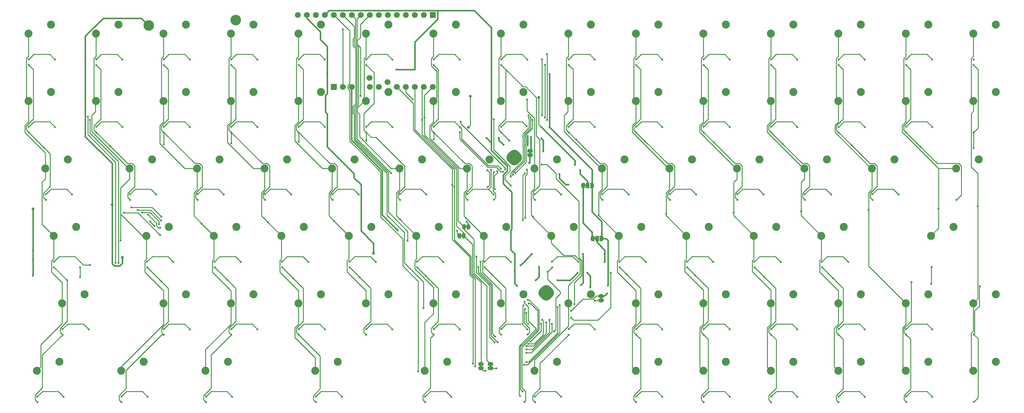
<source format=gbr>
%TF.GenerationSoftware,KiCad,Pcbnew,(5.1.10)-1*%
%TF.CreationDate,2021-11-24T06:09:51-05:00*%
%TF.ProjectId,bdpcb,62647063-622e-46b6-9963-61645f706362,rev?*%
%TF.SameCoordinates,Original*%
%TF.FileFunction,Copper,L1,Top*%
%TF.FilePolarity,Positive*%
%FSLAX46Y46*%
G04 Gerber Fmt 4.6, Leading zero omitted, Abs format (unit mm)*
G04 Created by KiCad (PCBNEW (5.1.10)-1) date 2021-11-24 06:09:51*
%MOMM*%
%LPD*%
G01*
G04 APERTURE LIST*
%TA.AperFunction,EtchedComponent*%
%ADD10C,0.100000*%
%TD*%
%TA.AperFunction,ComponentPad*%
%ADD11C,1.676400*%
%TD*%
%TA.AperFunction,ComponentPad*%
%ADD12R,1.676400X1.676400*%
%TD*%
%TA.AperFunction,ComponentPad*%
%ADD13C,2.250000*%
%TD*%
%TA.AperFunction,SMDPad,CuDef*%
%ADD14C,0.100000*%
%TD*%
%TA.AperFunction,SMDPad,CuDef*%
%ADD15R,1.000000X1.500000*%
%TD*%
%TA.AperFunction,ComponentPad*%
%ADD16C,3.000000*%
%TD*%
%TA.AperFunction,ViaPad*%
%ADD17C,0.600000*%
%TD*%
%TA.AperFunction,ViaPad*%
%ADD18C,0.800000*%
%TD*%
%TA.AperFunction,Conductor*%
%ADD19C,0.381000*%
%TD*%
%TA.AperFunction,Conductor*%
%ADD20C,0.250000*%
%TD*%
G04 APERTURE END LIST*
D10*
%TO.C,SCL*%
G36*
X149652000Y-117090000D02*
G01*
X149652000Y-116590000D01*
X149052000Y-116590000D01*
X149052000Y-117090000D01*
X149652000Y-117090000D01*
G37*
%TO.C,SDA*%
G36*
X152319000Y-117090000D02*
G01*
X152319000Y-116590000D01*
X151719000Y-116590000D01*
X151719000Y-117090000D01*
X152319000Y-117090000D01*
G37*
%TO.C,VIO*%
G36*
X183561000Y-97898000D02*
G01*
X183561000Y-97398000D01*
X182961000Y-97398000D01*
X182961000Y-97898000D01*
X183561000Y-97898000D01*
G37*
%TO.C,SCL*%
G36*
X143626000Y-80310000D02*
G01*
X144126000Y-80310000D01*
X144126000Y-79710000D01*
X143626000Y-79710000D01*
X143626000Y-80310000D01*
G37*
%TO.C,SDA*%
G36*
X145426000Y-77170000D02*
G01*
X144926000Y-77170000D01*
X144926000Y-77770000D01*
X145426000Y-77770000D01*
X145426000Y-77170000D01*
G37*
%TO.C,VIO*%
G36*
X162895000Y-56377000D02*
G01*
X162895000Y-56877000D01*
X163495000Y-56877000D01*
X163495000Y-56377000D01*
X162895000Y-56377000D01*
G37*
%TO.C,VBUS*%
G36*
X181218000Y-80472000D02*
G01*
X181718000Y-80472000D01*
X181718000Y-81072000D01*
X181218000Y-81072000D01*
X181218000Y-80472000D01*
G37*
%TO.C,3V3*%
G36*
X178551000Y-65486000D02*
G01*
X179051000Y-65486000D01*
X179051000Y-66086000D01*
X178551000Y-66086000D01*
X178551000Y-65486000D01*
G37*
%TD*%
%TO.P,U3,49*%
%TO.N,GND*%
%TA.AperFunction,ComponentPad*%
G36*
G01*
X157689340Y-59679767D02*
X156982233Y-58972660D01*
G75*
G02*
X156982233Y-56851340I1060660J1060660D01*
G01*
X157689340Y-56144233D01*
G75*
G02*
X159810660Y-56144233I1060660J-1060660D01*
G01*
X160517767Y-56851340D01*
G75*
G02*
X160517767Y-58972660I-1060660J-1060660D01*
G01*
X159810660Y-59679767D01*
G75*
G02*
X157689340Y-59679767I-1060660J1060660D01*
G01*
G37*
%TD.AperFunction*%
%TD*%
%TO.P,U4,49*%
%TO.N,GND*%
%TA.AperFunction,ComponentPad*%
G36*
G01*
X166706340Y-97906767D02*
X165999233Y-97199660D01*
G75*
G02*
X165999233Y-95078340I1060660J1060660D01*
G01*
X166706340Y-94371233D01*
G75*
G02*
X168827660Y-94371233I1060660J-1060660D01*
G01*
X169534767Y-95078340D01*
G75*
G02*
X169534767Y-97199660I-1060660J-1060660D01*
G01*
X168827660Y-97906767D01*
G75*
G02*
X166706340Y-97906767I-1060660J1060660D01*
G01*
G37*
%TD.AperFunction*%
%TD*%
D11*
%TO.P,U1,13*%
%TO.N,N/C*%
X97631250Y-17622650D03*
%TO.P,U1,14*%
%TO.N,+3V3*%
X100171250Y-17622650D03*
%TO.P,U1,42*%
%TO.N,N/C*%
X102711250Y-17622650D03*
%TO.P,U1,15*%
%TO.N,GND*%
X105251250Y-17622650D03*
%TO.P,U1,36*%
%TO.N,row5*%
X107791250Y-17622650D03*
%TO.P,U1,37*%
%TO.N,row4*%
X110331250Y-17622650D03*
%TO.P,U1,38*%
%TO.N,row3*%
X112871250Y-17622650D03*
%TO.P,U1,39*%
%TO.N,row2*%
X115411250Y-17622650D03*
%TO.P,U1,40*%
%TO.N,row1*%
X117951250Y-17622650D03*
%TO.P,U1,41*%
%TO.N,row0*%
X120491250Y-17622650D03*
%TO.P,U1,9*%
%TO.N,N/C*%
X123031250Y-17622650D03*
%TO.P,U1,10*%
X125571250Y-17622650D03*
%TO.P,U1,11*%
X128111250Y-17622650D03*
%TO.P,U1,20*%
X130651250Y-17622650D03*
%TO.P,U1,21*%
X133191250Y-17622650D03*
D12*
%TO.P,U1,24*%
X135731250Y-17622650D03*
D11*
%TO.P,U1,19*%
%TO.N,SDA*%
X135731250Y-37942650D03*
%TO.P,U1,18*%
%TO.N,SCL*%
X133191250Y-37942650D03*
%TO.P,U1,31*%
%TO.N,SDB*%
X130651250Y-37942650D03*
%TO.P,U1,27*%
%TO.N,INTB*%
X128111250Y-37942650D03*
%TO.P,U1,29*%
%TO.N,IICRST*%
X125571250Y-37942650D03*
%TO.P,U1,12*%
%TO.N,N/C*%
X120491250Y-37942650D03*
%TO.P,U1,26*%
X117951250Y-37942650D03*
%TO.P,U1,32*%
X117931250Y-35432650D03*
%TO.P,U1,7*%
%TO.N,VBUS*%
X112871250Y-37942650D03*
%TO.P,U1,3*%
%TO.N,Net-(SW1-Pad1)*%
X110331250Y-37942650D03*
D12*
%TO.P,U1,69*%
%TO.N,N/C*%
X107791250Y-37942650D03*
D11*
%TO.P,U1,30*%
X122981250Y-36582650D03*
%TD*%
D13*
%TO.P,K23,1*%
%TO.N,col7*%
X154940000Y-41912240D03*
%TO.P,K23,2*%
%TO.N,Net-(D23-Pad2)*%
X161290000Y-39372240D03*
%TD*%
%TO.P,K52,1*%
%TO.N,col7*%
X169227500Y-80014160D03*
%TO.P,K52,2*%
%TO.N,Net-(D52-Pad2)*%
X175577500Y-77474160D03*
%TD*%
%TO.P,K37,1*%
%TO.N,col6*%
X145415000Y-60963200D03*
%TO.P,K37,2*%
%TO.N,Net-(D37-Pad2)*%
X151765000Y-58423200D03*
%TD*%
%TA.AperFunction,SMDPad,CuDef*%
D14*
%TO.P,SCL,1*%
%TO.N,SCL*%
G36*
X148602000Y-116690000D02*
G01*
X148602000Y-116190000D01*
X148602602Y-116190000D01*
X148602602Y-116165466D01*
X148607412Y-116116635D01*
X148616984Y-116068510D01*
X148631228Y-116021555D01*
X148650005Y-115976222D01*
X148673136Y-115932949D01*
X148700396Y-115892150D01*
X148731524Y-115854221D01*
X148766221Y-115819524D01*
X148804150Y-115788396D01*
X148844949Y-115761136D01*
X148888222Y-115738005D01*
X148933555Y-115719228D01*
X148980510Y-115704984D01*
X149028635Y-115695412D01*
X149077466Y-115690602D01*
X149102000Y-115690602D01*
X149102000Y-115690000D01*
X149602000Y-115690000D01*
X149602000Y-115690602D01*
X149626534Y-115690602D01*
X149675365Y-115695412D01*
X149723490Y-115704984D01*
X149770445Y-115719228D01*
X149815778Y-115738005D01*
X149859051Y-115761136D01*
X149899850Y-115788396D01*
X149937779Y-115819524D01*
X149972476Y-115854221D01*
X150003604Y-115892150D01*
X150030864Y-115932949D01*
X150053995Y-115976222D01*
X150072772Y-116021555D01*
X150087016Y-116068510D01*
X150096588Y-116116635D01*
X150101398Y-116165466D01*
X150101398Y-116190000D01*
X150102000Y-116190000D01*
X150102000Y-116690000D01*
X148602000Y-116690000D01*
G37*
%TD.AperFunction*%
%TA.AperFunction,SMDPad,CuDef*%
%TO.P,SCL,2*%
%TO.N,Net-(JP11-Pad2)*%
G36*
X150101398Y-117490000D02*
G01*
X150101398Y-117514534D01*
X150096588Y-117563365D01*
X150087016Y-117611490D01*
X150072772Y-117658445D01*
X150053995Y-117703778D01*
X150030864Y-117747051D01*
X150003604Y-117787850D01*
X149972476Y-117825779D01*
X149937779Y-117860476D01*
X149899850Y-117891604D01*
X149859051Y-117918864D01*
X149815778Y-117941995D01*
X149770445Y-117960772D01*
X149723490Y-117975016D01*
X149675365Y-117984588D01*
X149626534Y-117989398D01*
X149602000Y-117989398D01*
X149602000Y-117990000D01*
X149102000Y-117990000D01*
X149102000Y-117989398D01*
X149077466Y-117989398D01*
X149028635Y-117984588D01*
X148980510Y-117975016D01*
X148933555Y-117960772D01*
X148888222Y-117941995D01*
X148844949Y-117918864D01*
X148804150Y-117891604D01*
X148766221Y-117860476D01*
X148731524Y-117825779D01*
X148700396Y-117787850D01*
X148673136Y-117747051D01*
X148650005Y-117703778D01*
X148631228Y-117658445D01*
X148616984Y-117611490D01*
X148607412Y-117563365D01*
X148602602Y-117514534D01*
X148602602Y-117490000D01*
X148602000Y-117490000D01*
X148602000Y-116990000D01*
X150102000Y-116990000D01*
X150102000Y-117490000D01*
X150101398Y-117490000D01*
G37*
%TD.AperFunction*%
%TD*%
%TA.AperFunction,SMDPad,CuDef*%
%TO.P,SDA,1*%
%TO.N,SDA*%
G36*
X151269000Y-116690000D02*
G01*
X151269000Y-116190000D01*
X151269602Y-116190000D01*
X151269602Y-116165466D01*
X151274412Y-116116635D01*
X151283984Y-116068510D01*
X151298228Y-116021555D01*
X151317005Y-115976222D01*
X151340136Y-115932949D01*
X151367396Y-115892150D01*
X151398524Y-115854221D01*
X151433221Y-115819524D01*
X151471150Y-115788396D01*
X151511949Y-115761136D01*
X151555222Y-115738005D01*
X151600555Y-115719228D01*
X151647510Y-115704984D01*
X151695635Y-115695412D01*
X151744466Y-115690602D01*
X151769000Y-115690602D01*
X151769000Y-115690000D01*
X152269000Y-115690000D01*
X152269000Y-115690602D01*
X152293534Y-115690602D01*
X152342365Y-115695412D01*
X152390490Y-115704984D01*
X152437445Y-115719228D01*
X152482778Y-115738005D01*
X152526051Y-115761136D01*
X152566850Y-115788396D01*
X152604779Y-115819524D01*
X152639476Y-115854221D01*
X152670604Y-115892150D01*
X152697864Y-115932949D01*
X152720995Y-115976222D01*
X152739772Y-116021555D01*
X152754016Y-116068510D01*
X152763588Y-116116635D01*
X152768398Y-116165466D01*
X152768398Y-116190000D01*
X152769000Y-116190000D01*
X152769000Y-116690000D01*
X151269000Y-116690000D01*
G37*
%TD.AperFunction*%
%TA.AperFunction,SMDPad,CuDef*%
%TO.P,SDA,2*%
%TO.N,Net-(JP10-Pad2)*%
G36*
X152768398Y-117490000D02*
G01*
X152768398Y-117514534D01*
X152763588Y-117563365D01*
X152754016Y-117611490D01*
X152739772Y-117658445D01*
X152720995Y-117703778D01*
X152697864Y-117747051D01*
X152670604Y-117787850D01*
X152639476Y-117825779D01*
X152604779Y-117860476D01*
X152566850Y-117891604D01*
X152526051Y-117918864D01*
X152482778Y-117941995D01*
X152437445Y-117960772D01*
X152390490Y-117975016D01*
X152342365Y-117984588D01*
X152293534Y-117989398D01*
X152269000Y-117989398D01*
X152269000Y-117990000D01*
X151769000Y-117990000D01*
X151769000Y-117989398D01*
X151744466Y-117989398D01*
X151695635Y-117984588D01*
X151647510Y-117975016D01*
X151600555Y-117960772D01*
X151555222Y-117941995D01*
X151511949Y-117918864D01*
X151471150Y-117891604D01*
X151433221Y-117860476D01*
X151398524Y-117825779D01*
X151367396Y-117787850D01*
X151340136Y-117747051D01*
X151317005Y-117703778D01*
X151298228Y-117658445D01*
X151283984Y-117611490D01*
X151274412Y-117563365D01*
X151269602Y-117514534D01*
X151269602Y-117490000D01*
X151269000Y-117490000D01*
X151269000Y-116990000D01*
X152769000Y-116990000D01*
X152769000Y-117490000D01*
X152768398Y-117490000D01*
G37*
%TD.AperFunction*%
%TD*%
%TA.AperFunction,SMDPad,CuDef*%
%TO.P,VIO,1*%
%TO.N,+3V3*%
G36*
X182511000Y-97498000D02*
G01*
X182511000Y-96998000D01*
X182511602Y-96998000D01*
X182511602Y-96973466D01*
X182516412Y-96924635D01*
X182525984Y-96876510D01*
X182540228Y-96829555D01*
X182559005Y-96784222D01*
X182582136Y-96740949D01*
X182609396Y-96700150D01*
X182640524Y-96662221D01*
X182675221Y-96627524D01*
X182713150Y-96596396D01*
X182753949Y-96569136D01*
X182797222Y-96546005D01*
X182842555Y-96527228D01*
X182889510Y-96512984D01*
X182937635Y-96503412D01*
X182986466Y-96498602D01*
X183011000Y-96498602D01*
X183011000Y-96498000D01*
X183511000Y-96498000D01*
X183511000Y-96498602D01*
X183535534Y-96498602D01*
X183584365Y-96503412D01*
X183632490Y-96512984D01*
X183679445Y-96527228D01*
X183724778Y-96546005D01*
X183768051Y-96569136D01*
X183808850Y-96596396D01*
X183846779Y-96627524D01*
X183881476Y-96662221D01*
X183912604Y-96700150D01*
X183939864Y-96740949D01*
X183962995Y-96784222D01*
X183981772Y-96829555D01*
X183996016Y-96876510D01*
X184005588Y-96924635D01*
X184010398Y-96973466D01*
X184010398Y-96998000D01*
X184011000Y-96998000D01*
X184011000Y-97498000D01*
X182511000Y-97498000D01*
G37*
%TD.AperFunction*%
%TA.AperFunction,SMDPad,CuDef*%
%TO.P,VIO,2*%
%TO.N,Net-(JP9-Pad2)*%
G36*
X184010398Y-98298000D02*
G01*
X184010398Y-98322534D01*
X184005588Y-98371365D01*
X183996016Y-98419490D01*
X183981772Y-98466445D01*
X183962995Y-98511778D01*
X183939864Y-98555051D01*
X183912604Y-98595850D01*
X183881476Y-98633779D01*
X183846779Y-98668476D01*
X183808850Y-98699604D01*
X183768051Y-98726864D01*
X183724778Y-98749995D01*
X183679445Y-98768772D01*
X183632490Y-98783016D01*
X183584365Y-98792588D01*
X183535534Y-98797398D01*
X183511000Y-98797398D01*
X183511000Y-98798000D01*
X183011000Y-98798000D01*
X183011000Y-98797398D01*
X182986466Y-98797398D01*
X182937635Y-98792588D01*
X182889510Y-98783016D01*
X182842555Y-98768772D01*
X182797222Y-98749995D01*
X182753949Y-98726864D01*
X182713150Y-98699604D01*
X182675221Y-98668476D01*
X182640524Y-98633779D01*
X182609396Y-98595850D01*
X182582136Y-98555051D01*
X182559005Y-98511778D01*
X182540228Y-98466445D01*
X182525984Y-98419490D01*
X182516412Y-98371365D01*
X182511602Y-98322534D01*
X182511602Y-98298000D01*
X182511000Y-98298000D01*
X182511000Y-97798000D01*
X184011000Y-97798000D01*
X184011000Y-98298000D01*
X184010398Y-98298000D01*
G37*
%TD.AperFunction*%
%TD*%
%TA.AperFunction,SMDPad,CuDef*%
%TO.P,SCL,1*%
%TO.N,SCL*%
G36*
X144026000Y-79260000D02*
G01*
X144526000Y-79260000D01*
X144526000Y-79260602D01*
X144550534Y-79260602D01*
X144599365Y-79265412D01*
X144647490Y-79274984D01*
X144694445Y-79289228D01*
X144739778Y-79308005D01*
X144783051Y-79331136D01*
X144823850Y-79358396D01*
X144861779Y-79389524D01*
X144896476Y-79424221D01*
X144927604Y-79462150D01*
X144954864Y-79502949D01*
X144977995Y-79546222D01*
X144996772Y-79591555D01*
X145011016Y-79638510D01*
X145020588Y-79686635D01*
X145025398Y-79735466D01*
X145025398Y-79760000D01*
X145026000Y-79760000D01*
X145026000Y-80260000D01*
X145025398Y-80260000D01*
X145025398Y-80284534D01*
X145020588Y-80333365D01*
X145011016Y-80381490D01*
X144996772Y-80428445D01*
X144977995Y-80473778D01*
X144954864Y-80517051D01*
X144927604Y-80557850D01*
X144896476Y-80595779D01*
X144861779Y-80630476D01*
X144823850Y-80661604D01*
X144783051Y-80688864D01*
X144739778Y-80711995D01*
X144694445Y-80730772D01*
X144647490Y-80745016D01*
X144599365Y-80754588D01*
X144550534Y-80759398D01*
X144526000Y-80759398D01*
X144526000Y-80760000D01*
X144026000Y-80760000D01*
X144026000Y-79260000D01*
G37*
%TD.AperFunction*%
%TA.AperFunction,SMDPad,CuDef*%
%TO.P,SCL,2*%
%TO.N,Net-(JP7-Pad2)*%
G36*
X143226000Y-80759398D02*
G01*
X143201466Y-80759398D01*
X143152635Y-80754588D01*
X143104510Y-80745016D01*
X143057555Y-80730772D01*
X143012222Y-80711995D01*
X142968949Y-80688864D01*
X142928150Y-80661604D01*
X142890221Y-80630476D01*
X142855524Y-80595779D01*
X142824396Y-80557850D01*
X142797136Y-80517051D01*
X142774005Y-80473778D01*
X142755228Y-80428445D01*
X142740984Y-80381490D01*
X142731412Y-80333365D01*
X142726602Y-80284534D01*
X142726602Y-80260000D01*
X142726000Y-80260000D01*
X142726000Y-79760000D01*
X142726602Y-79760000D01*
X142726602Y-79735466D01*
X142731412Y-79686635D01*
X142740984Y-79638510D01*
X142755228Y-79591555D01*
X142774005Y-79546222D01*
X142797136Y-79502949D01*
X142824396Y-79462150D01*
X142855524Y-79424221D01*
X142890221Y-79389524D01*
X142928150Y-79358396D01*
X142968949Y-79331136D01*
X143012222Y-79308005D01*
X143057555Y-79289228D01*
X143104510Y-79274984D01*
X143152635Y-79265412D01*
X143201466Y-79260602D01*
X143226000Y-79260602D01*
X143226000Y-79260000D01*
X143726000Y-79260000D01*
X143726000Y-80760000D01*
X143226000Y-80760000D01*
X143226000Y-80759398D01*
G37*
%TD.AperFunction*%
%TD*%
%TA.AperFunction,SMDPad,CuDef*%
%TO.P,SDA,1*%
%TO.N,SDA*%
G36*
X145026000Y-78220000D02*
G01*
X144526000Y-78220000D01*
X144526000Y-78219398D01*
X144501466Y-78219398D01*
X144452635Y-78214588D01*
X144404510Y-78205016D01*
X144357555Y-78190772D01*
X144312222Y-78171995D01*
X144268949Y-78148864D01*
X144228150Y-78121604D01*
X144190221Y-78090476D01*
X144155524Y-78055779D01*
X144124396Y-78017850D01*
X144097136Y-77977051D01*
X144074005Y-77933778D01*
X144055228Y-77888445D01*
X144040984Y-77841490D01*
X144031412Y-77793365D01*
X144026602Y-77744534D01*
X144026602Y-77720000D01*
X144026000Y-77720000D01*
X144026000Y-77220000D01*
X144026602Y-77220000D01*
X144026602Y-77195466D01*
X144031412Y-77146635D01*
X144040984Y-77098510D01*
X144055228Y-77051555D01*
X144074005Y-77006222D01*
X144097136Y-76962949D01*
X144124396Y-76922150D01*
X144155524Y-76884221D01*
X144190221Y-76849524D01*
X144228150Y-76818396D01*
X144268949Y-76791136D01*
X144312222Y-76768005D01*
X144357555Y-76749228D01*
X144404510Y-76734984D01*
X144452635Y-76725412D01*
X144501466Y-76720602D01*
X144526000Y-76720602D01*
X144526000Y-76720000D01*
X145026000Y-76720000D01*
X145026000Y-78220000D01*
G37*
%TD.AperFunction*%
%TA.AperFunction,SMDPad,CuDef*%
%TO.P,SDA,2*%
%TO.N,Net-(JP6-Pad2)*%
G36*
X145826000Y-76720602D02*
G01*
X145850534Y-76720602D01*
X145899365Y-76725412D01*
X145947490Y-76734984D01*
X145994445Y-76749228D01*
X146039778Y-76768005D01*
X146083051Y-76791136D01*
X146123850Y-76818396D01*
X146161779Y-76849524D01*
X146196476Y-76884221D01*
X146227604Y-76922150D01*
X146254864Y-76962949D01*
X146277995Y-77006222D01*
X146296772Y-77051555D01*
X146311016Y-77098510D01*
X146320588Y-77146635D01*
X146325398Y-77195466D01*
X146325398Y-77220000D01*
X146326000Y-77220000D01*
X146326000Y-77720000D01*
X146325398Y-77720000D01*
X146325398Y-77744534D01*
X146320588Y-77793365D01*
X146311016Y-77841490D01*
X146296772Y-77888445D01*
X146277995Y-77933778D01*
X146254864Y-77977051D01*
X146227604Y-78017850D01*
X146196476Y-78055779D01*
X146161779Y-78090476D01*
X146123850Y-78121604D01*
X146083051Y-78148864D01*
X146039778Y-78171995D01*
X145994445Y-78190772D01*
X145947490Y-78205016D01*
X145899365Y-78214588D01*
X145850534Y-78219398D01*
X145826000Y-78219398D01*
X145826000Y-78220000D01*
X145326000Y-78220000D01*
X145326000Y-76720000D01*
X145826000Y-76720000D01*
X145826000Y-76720602D01*
G37*
%TD.AperFunction*%
%TD*%
%TA.AperFunction,SMDPad,CuDef*%
%TO.P,VIO,1*%
%TO.N,Net-(JP5-Pad1)*%
G36*
X163945000Y-56777000D02*
G01*
X163945000Y-57277000D01*
X163944398Y-57277000D01*
X163944398Y-57301534D01*
X163939588Y-57350365D01*
X163930016Y-57398490D01*
X163915772Y-57445445D01*
X163896995Y-57490778D01*
X163873864Y-57534051D01*
X163846604Y-57574850D01*
X163815476Y-57612779D01*
X163780779Y-57647476D01*
X163742850Y-57678604D01*
X163702051Y-57705864D01*
X163658778Y-57728995D01*
X163613445Y-57747772D01*
X163566490Y-57762016D01*
X163518365Y-57771588D01*
X163469534Y-57776398D01*
X163445000Y-57776398D01*
X163445000Y-57777000D01*
X162945000Y-57777000D01*
X162945000Y-57776398D01*
X162920466Y-57776398D01*
X162871635Y-57771588D01*
X162823510Y-57762016D01*
X162776555Y-57747772D01*
X162731222Y-57728995D01*
X162687949Y-57705864D01*
X162647150Y-57678604D01*
X162609221Y-57647476D01*
X162574524Y-57612779D01*
X162543396Y-57574850D01*
X162516136Y-57534051D01*
X162493005Y-57490778D01*
X162474228Y-57445445D01*
X162459984Y-57398490D01*
X162450412Y-57350365D01*
X162445602Y-57301534D01*
X162445602Y-57277000D01*
X162445000Y-57277000D01*
X162445000Y-56777000D01*
X163945000Y-56777000D01*
G37*
%TD.AperFunction*%
%TA.AperFunction,SMDPad,CuDef*%
%TO.P,VIO,2*%
%TO.N,+3V3*%
G36*
X162445602Y-55977000D02*
G01*
X162445602Y-55952466D01*
X162450412Y-55903635D01*
X162459984Y-55855510D01*
X162474228Y-55808555D01*
X162493005Y-55763222D01*
X162516136Y-55719949D01*
X162543396Y-55679150D01*
X162574524Y-55641221D01*
X162609221Y-55606524D01*
X162647150Y-55575396D01*
X162687949Y-55548136D01*
X162731222Y-55525005D01*
X162776555Y-55506228D01*
X162823510Y-55491984D01*
X162871635Y-55482412D01*
X162920466Y-55477602D01*
X162945000Y-55477602D01*
X162945000Y-55477000D01*
X163445000Y-55477000D01*
X163445000Y-55477602D01*
X163469534Y-55477602D01*
X163518365Y-55482412D01*
X163566490Y-55491984D01*
X163613445Y-55506228D01*
X163658778Y-55525005D01*
X163702051Y-55548136D01*
X163742850Y-55575396D01*
X163780779Y-55606524D01*
X163815476Y-55641221D01*
X163846604Y-55679150D01*
X163873864Y-55719949D01*
X163896995Y-55763222D01*
X163915772Y-55808555D01*
X163930016Y-55855510D01*
X163939588Y-55903635D01*
X163944398Y-55952466D01*
X163944398Y-55977000D01*
X163945000Y-55977000D01*
X163945000Y-56477000D01*
X162445000Y-56477000D01*
X162445000Y-55977000D01*
X162445602Y-55977000D01*
G37*
%TD.AperFunction*%
%TD*%
%TA.AperFunction,SMDPad,CuDef*%
%TO.P,VBUS,1*%
%TO.N,VBUS*%
G36*
X181368000Y-81522000D02*
G01*
X180818000Y-81522000D01*
X180818000Y-81521398D01*
X180793466Y-81521398D01*
X180744635Y-81516588D01*
X180696510Y-81507016D01*
X180649555Y-81492772D01*
X180604222Y-81473995D01*
X180560949Y-81450864D01*
X180520150Y-81423604D01*
X180482221Y-81392476D01*
X180447524Y-81357779D01*
X180416396Y-81319850D01*
X180389136Y-81279051D01*
X180366005Y-81235778D01*
X180347228Y-81190445D01*
X180332984Y-81143490D01*
X180323412Y-81095365D01*
X180318602Y-81046534D01*
X180318602Y-81022000D01*
X180318000Y-81022000D01*
X180318000Y-80522000D01*
X180318602Y-80522000D01*
X180318602Y-80497466D01*
X180323412Y-80448635D01*
X180332984Y-80400510D01*
X180347228Y-80353555D01*
X180366005Y-80308222D01*
X180389136Y-80264949D01*
X180416396Y-80224150D01*
X180447524Y-80186221D01*
X180482221Y-80151524D01*
X180520150Y-80120396D01*
X180560949Y-80093136D01*
X180604222Y-80070005D01*
X180649555Y-80051228D01*
X180696510Y-80036984D01*
X180744635Y-80027412D01*
X180793466Y-80022602D01*
X180818000Y-80022602D01*
X180818000Y-80022000D01*
X181368000Y-80022000D01*
X181368000Y-81522000D01*
G37*
%TD.AperFunction*%
D15*
%TO.P,VBUS,2*%
%TO.N,Net-(C10-Pad1)*%
X182118000Y-80772000D03*
%TA.AperFunction,SMDPad,CuDef*%
D14*
%TO.P,VBUS,3*%
%TO.N,+3V3*%
G36*
X183418000Y-80022602D02*
G01*
X183442534Y-80022602D01*
X183491365Y-80027412D01*
X183539490Y-80036984D01*
X183586445Y-80051228D01*
X183631778Y-80070005D01*
X183675051Y-80093136D01*
X183715850Y-80120396D01*
X183753779Y-80151524D01*
X183788476Y-80186221D01*
X183819604Y-80224150D01*
X183846864Y-80264949D01*
X183869995Y-80308222D01*
X183888772Y-80353555D01*
X183903016Y-80400510D01*
X183912588Y-80448635D01*
X183917398Y-80497466D01*
X183917398Y-80522000D01*
X183918000Y-80522000D01*
X183918000Y-81022000D01*
X183917398Y-81022000D01*
X183917398Y-81046534D01*
X183912588Y-81095365D01*
X183903016Y-81143490D01*
X183888772Y-81190445D01*
X183869995Y-81235778D01*
X183846864Y-81279051D01*
X183819604Y-81319850D01*
X183788476Y-81357779D01*
X183753779Y-81392476D01*
X183715850Y-81423604D01*
X183675051Y-81450864D01*
X183631778Y-81473995D01*
X183586445Y-81492772D01*
X183539490Y-81507016D01*
X183491365Y-81516588D01*
X183442534Y-81521398D01*
X183418000Y-81521398D01*
X183418000Y-81522000D01*
X182868000Y-81522000D01*
X182868000Y-80022000D01*
X183418000Y-80022000D01*
X183418000Y-80022602D01*
G37*
%TD.AperFunction*%
%TD*%
%TA.AperFunction,SMDPad,CuDef*%
%TO.P,3V3,3*%
%TO.N,+3V3*%
G36*
X180751000Y-65036602D02*
G01*
X180775534Y-65036602D01*
X180824365Y-65041412D01*
X180872490Y-65050984D01*
X180919445Y-65065228D01*
X180964778Y-65084005D01*
X181008051Y-65107136D01*
X181048850Y-65134396D01*
X181086779Y-65165524D01*
X181121476Y-65200221D01*
X181152604Y-65238150D01*
X181179864Y-65278949D01*
X181202995Y-65322222D01*
X181221772Y-65367555D01*
X181236016Y-65414510D01*
X181245588Y-65462635D01*
X181250398Y-65511466D01*
X181250398Y-65536000D01*
X181251000Y-65536000D01*
X181251000Y-66036000D01*
X181250398Y-66036000D01*
X181250398Y-66060534D01*
X181245588Y-66109365D01*
X181236016Y-66157490D01*
X181221772Y-66204445D01*
X181202995Y-66249778D01*
X181179864Y-66293051D01*
X181152604Y-66333850D01*
X181121476Y-66371779D01*
X181086779Y-66406476D01*
X181048850Y-66437604D01*
X181008051Y-66464864D01*
X180964778Y-66487995D01*
X180919445Y-66506772D01*
X180872490Y-66521016D01*
X180824365Y-66530588D01*
X180775534Y-66535398D01*
X180751000Y-66535398D01*
X180751000Y-66536000D01*
X180201000Y-66536000D01*
X180201000Y-65036000D01*
X180751000Y-65036000D01*
X180751000Y-65036602D01*
G37*
%TD.AperFunction*%
D15*
%TO.P,3V3,2*%
%TO.N,Net-(C2-Pad1)*%
X179451000Y-65786000D03*
%TA.AperFunction,SMDPad,CuDef*%
D14*
%TO.P,3V3,1*%
%TO.N,VBUS*%
G36*
X178701000Y-66536000D02*
G01*
X178151000Y-66536000D01*
X178151000Y-66535398D01*
X178126466Y-66535398D01*
X178077635Y-66530588D01*
X178029510Y-66521016D01*
X177982555Y-66506772D01*
X177937222Y-66487995D01*
X177893949Y-66464864D01*
X177853150Y-66437604D01*
X177815221Y-66406476D01*
X177780524Y-66371779D01*
X177749396Y-66333850D01*
X177722136Y-66293051D01*
X177699005Y-66249778D01*
X177680228Y-66204445D01*
X177665984Y-66157490D01*
X177656412Y-66109365D01*
X177651602Y-66060534D01*
X177651602Y-66036000D01*
X177651000Y-66036000D01*
X177651000Y-65536000D01*
X177651602Y-65536000D01*
X177651602Y-65511466D01*
X177656412Y-65462635D01*
X177665984Y-65414510D01*
X177680228Y-65367555D01*
X177699005Y-65322222D01*
X177722136Y-65278949D01*
X177749396Y-65238150D01*
X177780524Y-65200221D01*
X177815221Y-65165524D01*
X177853150Y-65134396D01*
X177893949Y-65107136D01*
X177937222Y-65084005D01*
X177982555Y-65065228D01*
X178029510Y-65050984D01*
X178077635Y-65041412D01*
X178126466Y-65036602D01*
X178151000Y-65036602D01*
X178151000Y-65036000D01*
X178701000Y-65036000D01*
X178701000Y-66536000D01*
G37*
%TD.AperFunction*%
%TD*%
D13*
%TO.P,K45,2*%
%TO.N,Net-(D45-Pad2)*%
X35083750Y-77474160D03*
%TO.P,K45,1*%
%TO.N,col0*%
X28733750Y-80014160D03*
%TD*%
%TO.P,K58,2*%
%TO.N,Net-(D58-Pad2)*%
X37465000Y-96525120D03*
%TO.P,K58,1*%
%TO.N,col0*%
X31115000Y-99065120D03*
%TD*%
%TO.P,K77,2*%
%TO.N,Net-(D77-Pad2)*%
X170815000Y-115576080D03*
%TO.P,K77,1*%
%TO.N,col7*%
X164465000Y-118116080D03*
%TD*%
%TO.P,K75,2*%
%TO.N,Net-(D75-Pad2)*%
X108902500Y-115576080D03*
%TO.P,K75,1*%
%TO.N,col3*%
X102552500Y-118116080D03*
%TD*%
%TO.P,K74,2*%
%TO.N,Net-(D74-Pad2)*%
X77946250Y-115576080D03*
%TO.P,K74,1*%
%TO.N,col2*%
X71596250Y-118116080D03*
%TD*%
%TO.P,K73,2*%
%TO.N,Net-(D73-Pad2)*%
X54133750Y-115576080D03*
%TO.P,K73,1*%
%TO.N,col1*%
X47783750Y-118116080D03*
%TD*%
%TO.P,K72,2*%
%TO.N,Net-(D72-Pad2)*%
X30321250Y-115576080D03*
%TO.P,K72,1*%
%TO.N,col0*%
X23971250Y-118116080D03*
%TD*%
%TO.P,K44,2*%
%TO.N,Net-(D44-Pad2)*%
X289877500Y-58423200D03*
%TO.P,K44,1*%
%TO.N,col13*%
X283527500Y-60963200D03*
%TD*%
%TO.P,K31,2*%
%TO.N,Net-(D31-Pad2)*%
X32702500Y-58423200D03*
%TO.P,K31,1*%
%TO.N,col0*%
X26352500Y-60963200D03*
%TD*%
%TO.P,K57,2*%
%TO.N,Net-(D57-Pad2)*%
X282733750Y-77474160D03*
%TO.P,K57,1*%
%TO.N,col13*%
X276383750Y-80014160D03*
%TD*%
%TO.P,K24,1*%
%TO.N,col8*%
X173990000Y-41912240D03*
%TO.P,K24,2*%
%TO.N,Net-(D24-Pad2)*%
X180340000Y-39372240D03*
%TD*%
%TO.P,K2,1*%
%TO.N,col1*%
X40640000Y-22861280D03*
%TO.P,K2,2*%
%TO.N,Net-(D2-Pad2)*%
X46990000Y-20321280D03*
%TD*%
%TO.P,K26,1*%
%TO.N,col10*%
X212090000Y-41912240D03*
%TO.P,K26,2*%
%TO.N,Net-(D26-Pad2)*%
X218440000Y-39372240D03*
%TD*%
%TO.P,K28,1*%
%TO.N,col12*%
X250190000Y-41912240D03*
%TO.P,K28,2*%
%TO.N,Net-(D28-Pad2)*%
X256540000Y-39372240D03*
%TD*%
%TO.P,K27,1*%
%TO.N,col11*%
X231140000Y-41912240D03*
%TO.P,K27,2*%
%TO.N,Net-(D27-Pad2)*%
X237490000Y-39372240D03*
%TD*%
%TO.P,K25,1*%
%TO.N,col9*%
X193040000Y-41912240D03*
%TO.P,K25,2*%
%TO.N,Net-(D25-Pad2)*%
X199390000Y-39372240D03*
%TD*%
%TO.P,K13,1*%
%TO.N,col12*%
X250190000Y-22861280D03*
%TO.P,K13,2*%
%TO.N,Net-(D13-Pad2)*%
X256540000Y-20321280D03*
%TD*%
%TO.P,K10,1*%
%TO.N,col9*%
X193040000Y-22861280D03*
%TO.P,K10,2*%
%TO.N,Net-(D10-Pad2)*%
X199390000Y-20321280D03*
%TD*%
%TO.P,K14,1*%
%TO.N,col13*%
X269240000Y-22861280D03*
%TO.P,K14,2*%
%TO.N,Net-(D14-Pad2)*%
X275590000Y-20321280D03*
%TD*%
%TO.P,K29,1*%
%TO.N,col13*%
X269240000Y-41912240D03*
%TO.P,K29,2*%
%TO.N,Net-(D29-Pad2)*%
X275590000Y-39372240D03*
%TD*%
%TO.P,K46,1*%
%TO.N,col1*%
X54927500Y-80014160D03*
%TO.P,K46,2*%
%TO.N,Net-(D46-Pad2)*%
X61277500Y-77474160D03*
%TD*%
%TO.P,K59,1*%
%TO.N,col1*%
X59690000Y-99065120D03*
%TO.P,K59,2*%
%TO.N,Net-(D59-Pad2)*%
X66040000Y-96525120D03*
%TD*%
%TO.P,K54,1*%
%TO.N,col9*%
X207327500Y-80014160D03*
%TO.P,K54,2*%
%TO.N,Net-(D54-Pad2)*%
X213677500Y-77474160D03*
%TD*%
%TO.P,K49,1*%
%TO.N,col4*%
X112077500Y-80014160D03*
%TO.P,K49,2*%
%TO.N,Net-(D49-Pad2)*%
X118427500Y-77474160D03*
%TD*%
%TO.P,K76,1*%
%TO.N,col5*%
X133508750Y-118116080D03*
%TO.P,K76,2*%
%TO.N,Net-(D76-Pad2)*%
X139858750Y-115576080D03*
%TD*%
%TO.P,K41,1*%
%TO.N,col10*%
X221615000Y-60963200D03*
%TO.P,K41,2*%
%TO.N,Net-(D41-Pad2)*%
X227965000Y-58423200D03*
%TD*%
%TO.P,K56,1*%
%TO.N,col11*%
X245427500Y-80014160D03*
%TO.P,K56,2*%
%TO.N,Net-(D56-Pad2)*%
X251777500Y-77474160D03*
%TD*%
%TO.P,K12,1*%
%TO.N,col11*%
X231140000Y-22861280D03*
%TO.P,K12,2*%
%TO.N,Net-(D12-Pad2)*%
X237490000Y-20321280D03*
%TD*%
%TO.P,K39,1*%
%TO.N,col8*%
X183515000Y-60963200D03*
%TO.P,K39,2*%
%TO.N,Net-(D39-Pad2)*%
X189865000Y-58423200D03*
%TD*%
%TO.P,K48,1*%
%TO.N,col3*%
X93027500Y-80014160D03*
%TO.P,K48,2*%
%TO.N,Net-(D48-Pad2)*%
X99377500Y-77474160D03*
%TD*%
%TO.P,K17,1*%
%TO.N,col1*%
X40640000Y-41912240D03*
%TO.P,K17,2*%
%TO.N,Net-(D17-Pad2)*%
X46990000Y-39372240D03*
%TD*%
%TO.P,K18,1*%
%TO.N,col2*%
X59690000Y-41912240D03*
%TO.P,K18,2*%
%TO.N,Net-(D18-Pad2)*%
X66040000Y-39372240D03*
%TD*%
%TO.P,K19,1*%
%TO.N,col3*%
X78740000Y-41912240D03*
%TO.P,K19,2*%
%TO.N,Net-(D19-Pad2)*%
X85090000Y-39372240D03*
%TD*%
%TO.P,K83,1*%
%TO.N,col14*%
X288290000Y-118116080D03*
%TO.P,K83,2*%
%TO.N,Net-(D83-Pad2)*%
X294640000Y-115576080D03*
%TD*%
%TO.P,K82,1*%
%TO.N,col12*%
X269240000Y-118116080D03*
%TO.P,K82,2*%
%TO.N,Net-(D82-Pad2)*%
X275590000Y-115576080D03*
%TD*%
%TO.P,K81,1*%
%TO.N,col11*%
X250190000Y-118116080D03*
%TO.P,K81,2*%
%TO.N,Net-(D81-Pad2)*%
X256540000Y-115576080D03*
%TD*%
%TO.P,K80,1*%
%TO.N,col10*%
X231140000Y-118116080D03*
%TO.P,K80,2*%
%TO.N,Net-(D80-Pad2)*%
X237490000Y-115576080D03*
%TD*%
%TO.P,K79,1*%
%TO.N,col9*%
X212090000Y-118116080D03*
%TO.P,K79,2*%
%TO.N,Net-(D79-Pad2)*%
X218440000Y-115576080D03*
%TD*%
%TO.P,K78,1*%
%TO.N,col8*%
X193040000Y-118116080D03*
%TO.P,K78,2*%
%TO.N,Net-(D78-Pad2)*%
X199390000Y-115576080D03*
%TD*%
%TO.P,K71,1*%
%TO.N,col14*%
X288290000Y-99065120D03*
%TO.P,K71,2*%
%TO.N,Net-(D71-Pad2)*%
X294640000Y-96525120D03*
%TD*%
%TO.P,K70,1*%
%TO.N,col12*%
X269240000Y-99065120D03*
%TO.P,K70,2*%
%TO.N,Net-(D70-Pad2)*%
X275590000Y-96525120D03*
%TD*%
%TO.P,K69,1*%
%TO.N,col11*%
X250190000Y-99065120D03*
%TO.P,K69,2*%
%TO.N,Net-(D69-Pad2)*%
X256540000Y-96525120D03*
%TD*%
%TO.P,K68,1*%
%TO.N,col10*%
X231140000Y-99065120D03*
%TO.P,K68,2*%
%TO.N,Net-(D68-Pad2)*%
X237490000Y-96525120D03*
%TD*%
%TO.P,K67,1*%
%TO.N,col9*%
X212090000Y-99065120D03*
%TO.P,K67,2*%
%TO.N,Net-(D67-Pad2)*%
X218440000Y-96525120D03*
%TD*%
%TO.P,K66,1*%
%TO.N,col8*%
X193040000Y-99065120D03*
%TO.P,K66,2*%
%TO.N,Net-(D66-Pad2)*%
X199390000Y-96525120D03*
%TD*%
%TO.P,K65,1*%
%TO.N,col7*%
X173990000Y-99065120D03*
%TO.P,K65,2*%
%TO.N,Net-(D65-Pad2)*%
X180340000Y-96525120D03*
%TD*%
%TO.P,K64,1*%
%TO.N,col6*%
X154940000Y-99065120D03*
%TO.P,K64,2*%
%TO.N,Net-(D64-Pad2)*%
X161290000Y-96525120D03*
%TD*%
%TO.P,K63,1*%
%TO.N,col5*%
X135890000Y-99065120D03*
%TO.P,K63,2*%
%TO.N,Net-(D63-Pad2)*%
X142240000Y-96525120D03*
%TD*%
%TO.P,K62,1*%
%TO.N,col4*%
X116840000Y-99065120D03*
%TO.P,K62,2*%
%TO.N,Net-(D62-Pad2)*%
X123190000Y-96525120D03*
%TD*%
%TO.P,K61,1*%
%TO.N,col3*%
X97790000Y-99065120D03*
%TO.P,K61,2*%
%TO.N,Net-(D61-Pad2)*%
X104140000Y-96525120D03*
%TD*%
%TO.P,K60,1*%
%TO.N,col2*%
X78740000Y-99065120D03*
%TO.P,K60,2*%
%TO.N,Net-(D60-Pad2)*%
X85090000Y-96525120D03*
%TD*%
%TO.P,K55,1*%
%TO.N,col10*%
X226377500Y-80014160D03*
%TO.P,K55,2*%
%TO.N,Net-(D55-Pad2)*%
X232727500Y-77474160D03*
%TD*%
%TO.P,K53,1*%
%TO.N,col8*%
X188277500Y-80014160D03*
%TO.P,K53,2*%
%TO.N,Net-(D53-Pad2)*%
X194627500Y-77474160D03*
%TD*%
%TO.P,K51,1*%
%TO.N,col6*%
X150177500Y-80014160D03*
%TO.P,K51,2*%
%TO.N,Net-(D51-Pad2)*%
X156527500Y-77474160D03*
%TD*%
%TO.P,K50,1*%
%TO.N,col5*%
X131127500Y-80014160D03*
%TO.P,K50,2*%
%TO.N,Net-(D50-Pad2)*%
X137477500Y-77474160D03*
%TD*%
%TO.P,K47,1*%
%TO.N,col2*%
X73977500Y-80014160D03*
%TO.P,K47,2*%
%TO.N,Net-(D47-Pad2)*%
X80327500Y-77474160D03*
%TD*%
%TO.P,K43,1*%
%TO.N,col12*%
X259715000Y-60963200D03*
%TO.P,K43,2*%
%TO.N,Net-(D43-Pad2)*%
X266065000Y-58423200D03*
%TD*%
%TO.P,K42,1*%
%TO.N,col11*%
X240665000Y-60963200D03*
%TO.P,K42,2*%
%TO.N,Net-(D42-Pad2)*%
X247015000Y-58423200D03*
%TD*%
%TO.P,K40,1*%
%TO.N,col9*%
X202565000Y-60963200D03*
%TO.P,K40,2*%
%TO.N,Net-(D40-Pad2)*%
X208915000Y-58423200D03*
%TD*%
%TO.P,K38,1*%
%TO.N,col7*%
X164465000Y-60963200D03*
%TO.P,K38,2*%
%TO.N,Net-(D38-Pad2)*%
X170815000Y-58423200D03*
%TD*%
%TO.P,K36,1*%
%TO.N,col5*%
X126365000Y-60963200D03*
%TO.P,K36,2*%
%TO.N,Net-(D36-Pad2)*%
X132715000Y-58423200D03*
%TD*%
%TO.P,K35,1*%
%TO.N,col4*%
X107315000Y-60963200D03*
%TO.P,K35,2*%
%TO.N,Net-(D35-Pad2)*%
X113665000Y-58423200D03*
%TD*%
%TO.P,K34,1*%
%TO.N,col3*%
X88265000Y-60963200D03*
%TO.P,K34,2*%
%TO.N,Net-(D34-Pad2)*%
X94615000Y-58423200D03*
%TD*%
%TO.P,K33,1*%
%TO.N,col2*%
X69215000Y-60963200D03*
%TO.P,K33,2*%
%TO.N,Net-(D33-Pad2)*%
X75565000Y-58423200D03*
%TD*%
%TO.P,K32,1*%
%TO.N,col1*%
X50165000Y-60963200D03*
%TO.P,K32,2*%
%TO.N,Net-(D32-Pad2)*%
X56515000Y-58423200D03*
%TD*%
%TO.P,K30,1*%
%TO.N,col14*%
X288290000Y-41912240D03*
%TO.P,K30,2*%
%TO.N,Net-(D30-Pad2)*%
X294640000Y-39372240D03*
%TD*%
%TO.P,K22,1*%
%TO.N,col6*%
X135890000Y-41912240D03*
%TO.P,K22,2*%
%TO.N,Net-(D22-Pad2)*%
X142240000Y-39372240D03*
%TD*%
%TO.P,K21,1*%
%TO.N,col5*%
X116840000Y-41912240D03*
%TO.P,K21,2*%
%TO.N,Net-(D21-Pad2)*%
X123190000Y-39372240D03*
%TD*%
%TO.P,K20,1*%
%TO.N,col4*%
X97790000Y-41912240D03*
%TO.P,K20,2*%
%TO.N,Net-(D20-Pad2)*%
X104140000Y-39372240D03*
%TD*%
%TO.P,K16,1*%
%TO.N,col0*%
X21590000Y-41912240D03*
%TO.P,K16,2*%
%TO.N,Net-(D16-Pad2)*%
X27940000Y-39372240D03*
%TD*%
%TO.P,K15,1*%
%TO.N,col14*%
X288290000Y-22861280D03*
%TO.P,K15,2*%
%TO.N,Net-(D15-Pad2)*%
X294640000Y-20321280D03*
%TD*%
%TO.P,K11,1*%
%TO.N,col10*%
X212090000Y-22861280D03*
%TO.P,K11,2*%
%TO.N,Net-(D11-Pad2)*%
X218440000Y-20321280D03*
%TD*%
%TO.P,K9,1*%
%TO.N,col8*%
X173990000Y-22861280D03*
%TO.P,K9,2*%
%TO.N,Net-(D9-Pad2)*%
X180340000Y-20321280D03*
%TD*%
%TO.P,K8,1*%
%TO.N,col7*%
X154940000Y-22861280D03*
%TO.P,K8,2*%
%TO.N,Net-(D8-Pad2)*%
X161290000Y-20321280D03*
%TD*%
%TO.P,K7,1*%
%TO.N,col6*%
X135890000Y-22861280D03*
%TO.P,K7,2*%
%TO.N,Net-(D7-Pad2)*%
X142240000Y-20321280D03*
%TD*%
%TO.P,K6,1*%
%TO.N,col5*%
X116840000Y-22861280D03*
%TO.P,K6,2*%
%TO.N,Net-(D6-Pad2)*%
X123190000Y-20321280D03*
%TD*%
%TO.P,K5,1*%
%TO.N,col4*%
X97790000Y-22861280D03*
%TO.P,K5,2*%
%TO.N,Net-(D5-Pad2)*%
X104140000Y-20321280D03*
%TD*%
%TO.P,K4,1*%
%TO.N,col3*%
X78740000Y-22861280D03*
%TO.P,K4,2*%
%TO.N,Net-(D4-Pad2)*%
X85090000Y-20321280D03*
%TD*%
%TO.P,K3,1*%
%TO.N,col2*%
X59690000Y-22861280D03*
%TO.P,K3,2*%
%TO.N,Net-(D3-Pad2)*%
X66040000Y-20321280D03*
%TD*%
%TO.P,K1,1*%
%TO.N,col0*%
X21590000Y-22861280D03*
%TO.P,K1,2*%
%TO.N,Net-(D1-Pad2)*%
X27940000Y-20321280D03*
%TD*%
D16*
%TO.P,TP3,1*%
%TO.N,Net-(SW1-Pad1)*%
X80168750Y-19050960D03*
%TD*%
%TO.P,TP1,1*%
%TO.N,GND*%
X55562500Y-20638540D03*
%TD*%
D17*
%TO.N,GND*%
X22860000Y-84074000D03*
X22860000Y-86614000D03*
X22860000Y-91313000D03*
D18*
X48133000Y-86106000D03*
X22860000Y-72390000D03*
X45212000Y-71247000D03*
D17*
X158877000Y-85090000D03*
X159512000Y-94151060D03*
X174752000Y-103124000D03*
X185928000Y-90424000D03*
X154418078Y-57925922D03*
X150876000Y-52324000D03*
X130683000Y-33020000D03*
X125476000Y-33020000D03*
X158877000Y-90043000D03*
X179324000Y-90494000D03*
X180213000Y-94615000D03*
X173990000Y-65532000D03*
X171450000Y-62611010D03*
X166878000Y-56134000D03*
X166370000Y-52520987D03*
D18*
%TO.N,+3V3*%
X118999000Y-84963000D03*
D17*
X184912000Y-96266000D03*
X105973501Y-34218501D03*
X174752000Y-101219000D03*
X163449000Y-52070000D03*
X185166000Y-94107000D03*
X168656000Y-49276000D03*
X168655990Y-34290000D03*
%TO.N,Net-(C2-Pad1)*%
X155722351Y-54335649D03*
X154413484Y-52342516D03*
X175895000Y-59944000D03*
X166370000Y-49276000D03*
X177292000Y-61468000D03*
D18*
X145742044Y-49349044D03*
X146304000Y-40576500D03*
X165671500Y-40957500D03*
D17*
X162508032Y-51834523D03*
X162508032Y-54483000D03*
%TO.N,Net-(C10-Pad1)*%
X170942000Y-92583000D03*
X164810101Y-92566919D03*
X176657000Y-90424000D03*
X177546000Y-93964060D03*
X178054000Y-85090000D03*
X160528000Y-88322000D03*
X163703000Y-85090000D03*
X165735000Y-88773000D03*
X184277000Y-87376000D03*
X184277000Y-85090000D03*
%TO.N,row1*%
X115345710Y-40483290D03*
%TO.N,row2*%
X123948201Y-62353201D03*
X151232169Y-66269169D03*
X151130000Y-61468000D03*
%TO.N,row3*%
X128648161Y-81404161D03*
X48514000Y-73533000D03*
X58801000Y-79756000D03*
%TO.N,row4*%
X133097879Y-100455121D03*
%TO.N,row5*%
X131607002Y-118337130D03*
%TO.N,Net-(JP6-Pad2)*%
X161798000Y-74975364D03*
X145288000Y-76073000D03*
X162306000Y-61341000D03*
%TO.N,Net-(JP9-Pad2)*%
X181483000Y-98298000D03*
%TO.N,col1*%
X47625000Y-81280000D03*
%TO.N,col2*%
X70514670Y-76551330D03*
%TO.N,col3*%
X89183670Y-76170330D03*
X57150000Y-77215982D03*
X56007010Y-75946000D03*
%TO.N,col4*%
X107852670Y-75789330D03*
X55372000Y-74041000D03*
X58800999Y-77724001D03*
%TO.N,col5*%
X53721000Y-73406000D03*
X126521670Y-75408330D03*
X58420000Y-76708000D03*
%TO.N,col6*%
X52451000Y-72771000D03*
X145190670Y-75027330D03*
X59055000Y-75692002D03*
%TO.N,col7*%
X50673000Y-72009000D03*
X164009769Y-74601769D03*
X59128104Y-74639942D03*
X162306000Y-41529000D03*
%TO.N,col8*%
X182569759Y-74224241D03*
%TO.N,col9*%
X201619759Y-73843241D03*
%TO.N,col10*%
X220669759Y-73476759D03*
%TO.N,col11*%
X239719759Y-73095759D03*
%TO.N,col12*%
X258769759Y-72714759D03*
%TO.N,col13*%
X278545998Y-72297998D03*
%TO.N,col14*%
X289596401Y-71664401D03*
%TO.N,LA_A*%
X163893500Y-47238934D03*
X168021000Y-47238934D03*
X167945934Y-28753934D03*
X159076052Y-62302052D03*
%TO.N,LA_B*%
X158369000Y-62738000D03*
X163322000Y-46609000D03*
X167449500Y-46609000D03*
X167408270Y-31708770D03*
%TO.N,LA_C*%
X29083000Y-30226000D03*
X21699770Y-30208770D03*
X48133000Y-30226000D03*
X40749770Y-30208770D03*
X67183000Y-30226000D03*
X59799770Y-30208770D03*
X86233000Y-30226000D03*
X78849770Y-30208770D03*
X105283000Y-30226000D03*
X97899770Y-30208770D03*
X124333000Y-30226000D03*
X116949770Y-30208770D03*
X143383000Y-30226000D03*
X135999770Y-30208770D03*
X162433000Y-30226000D03*
X155049770Y-30208770D03*
X181483000Y-30226000D03*
X174099770Y-30208770D03*
X200533000Y-30226000D03*
X193149770Y-30208770D03*
X219583000Y-30226000D03*
X212199770Y-30208770D03*
X238633000Y-30226000D03*
X231249770Y-30208770D03*
X257683000Y-30226000D03*
X250317000Y-30226000D03*
X276733000Y-30226000D03*
X269385190Y-30207810D03*
X288417000Y-30226000D03*
X157797500Y-63309500D03*
X162750500Y-46037500D03*
X166577730Y-30208770D03*
X166560500Y-46037500D03*
%TO.N,LA_1*%
X26543000Y-69850000D03*
X21717000Y-50800000D03*
X21717000Y-31750000D03*
X26035000Y-55118000D03*
%TO.N,LA_2*%
X50292000Y-69850000D03*
X40767000Y-50800000D03*
X40767000Y-31750000D03*
X44704000Y-54737000D03*
%TO.N,LA_3*%
X69342000Y-69850000D03*
X59817000Y-50800000D03*
X59817000Y-31750000D03*
X59817000Y-54229000D03*
%TO.N,LA_4*%
X88392000Y-69850000D03*
X78867000Y-50800000D03*
X78867000Y-31750000D03*
X78867000Y-53848000D03*
%TO.N,LA_5*%
X107442000Y-69850000D03*
X97917000Y-50800000D03*
X97917000Y-31750000D03*
X97917000Y-53467000D03*
%TO.N,LA_6*%
X126492000Y-69850000D03*
X116967000Y-53086000D03*
X116967000Y-31750000D03*
X116967000Y-50800000D03*
%TO.N,LA_7*%
X145542000Y-69850000D03*
X136017000Y-50800000D03*
X136017000Y-31750000D03*
X136001946Y-52772737D03*
%TO.N,LA_8*%
X164592000Y-69850000D03*
X155067000Y-50800000D03*
X155067000Y-31750000D03*
X157353000Y-53086000D03*
%TO.N,LA_9*%
X183642000Y-69850000D03*
X174117000Y-31750000D03*
X174117000Y-50800000D03*
X176212500Y-52895500D03*
%TO.N,LA_10*%
X202692000Y-69850000D03*
X193167000Y-31750000D03*
X193167000Y-50800000D03*
X195643500Y-53276500D03*
%TO.N,LA_11*%
X221742000Y-69850000D03*
X212217000Y-31750000D03*
X212217000Y-50800000D03*
X215074500Y-53657500D03*
%TO.N,LA_12*%
X240792000Y-69850000D03*
X231267000Y-31750000D03*
X231267000Y-50800000D03*
X234505500Y-54038500D03*
%TO.N,LA_13*%
X259842000Y-69850000D03*
X250317000Y-31750000D03*
X250317000Y-50800000D03*
X253936500Y-54419500D03*
%TO.N,LA_14*%
X269367000Y-50800000D03*
X269367000Y-31750000D03*
X283591000Y-69850000D03*
X273367500Y-54800500D03*
%TO.N,LA_15*%
X288417000Y-50800000D03*
X288417000Y-31750000D03*
X288417000Y-55245000D03*
%TO.N,LA_D*%
X143607336Y-47803934D03*
X156139979Y-61214000D03*
%TO.N,LA_E*%
X143341770Y-50758770D03*
X155575000Y-61912500D03*
%TO.N,LA_F*%
X29083000Y-49276000D03*
X21699770Y-49258770D03*
X48133000Y-49276000D03*
X40749770Y-49258770D03*
X67183000Y-49276000D03*
X59799770Y-49258770D03*
X86233000Y-49276000D03*
X78849770Y-49258770D03*
X105283000Y-49276000D03*
X97899770Y-49258770D03*
X124333000Y-49276000D03*
X116949770Y-49258770D03*
X143383000Y-49276000D03*
X135999770Y-49258770D03*
X155049770Y-49258770D03*
X181483000Y-49276000D03*
X174099770Y-49258770D03*
X200533000Y-49276000D03*
X193149770Y-49258770D03*
X219583000Y-49276000D03*
X212199770Y-49258770D03*
X238633000Y-49276000D03*
X231249770Y-49258770D03*
X250317000Y-49276000D03*
X257683000Y-49276000D03*
X276733000Y-49276000D03*
X269349770Y-49258770D03*
X155003500Y-61087000D03*
X162242500Y-49085500D03*
%TO.N,LA_G*%
X153315639Y-66853934D03*
X153924000Y-61722000D03*
%TO.N,LA_H*%
X152993770Y-69808770D03*
X153034994Y-62103000D03*
%TO.N,LA_I*%
X26525770Y-68308770D03*
X57658000Y-68326000D03*
X50274770Y-68308770D03*
X76708000Y-68326000D03*
X69324770Y-68308770D03*
X95758000Y-68326000D03*
X88374770Y-68308770D03*
X114808000Y-68326000D03*
X107424770Y-68308770D03*
X133858000Y-68326000D03*
X126474770Y-68308770D03*
X152908000Y-68326000D03*
X145524770Y-68308770D03*
X171958000Y-68326000D03*
X164574770Y-68308770D03*
X191008000Y-68326000D03*
X183624770Y-68308770D03*
X210058000Y-68326000D03*
X202674770Y-68308770D03*
X229108000Y-68326000D03*
X221724770Y-68308770D03*
X248158000Y-68326000D03*
X240774770Y-68308770D03*
X267208000Y-68326000D03*
X259824770Y-68308770D03*
X33909000Y-68326000D03*
X152145990Y-61341000D03*
%TO.N,LB_A*%
X148030066Y-85903934D03*
X153162000Y-110109000D03*
X162179000Y-111125000D03*
X167767000Y-104521000D03*
%TO.N,LB_B*%
X36195000Y-88900000D03*
X36195000Y-91694000D03*
X148631230Y-88858770D03*
X154051000Y-110109000D03*
X162687000Y-110490000D03*
X166624000Y-103759000D03*
%TO.N,LB_C*%
X157734000Y-87376000D03*
X28811770Y-87358770D03*
X62484000Y-87376000D03*
X55100770Y-87358770D03*
X176784000Y-87376000D03*
X169400770Y-87358770D03*
X81534000Y-87376000D03*
X74150770Y-87358770D03*
X100584000Y-87376000D03*
X93200770Y-87358770D03*
X119634000Y-87376000D03*
X112250770Y-87358770D03*
X138684000Y-87376000D03*
X131300770Y-87358770D03*
X150350770Y-87358770D03*
X195834000Y-87376000D03*
X188450770Y-87358770D03*
X214884000Y-87376000D03*
X207500770Y-87358770D03*
X233934000Y-87376000D03*
X226550770Y-87358770D03*
X252984000Y-87376000D03*
X245600770Y-87358770D03*
X163257073Y-109917073D03*
X153405369Y-108484401D03*
X149207770Y-87358770D03*
X38989000Y-88265000D03*
X166311032Y-104810574D03*
%TO.N,LB_1*%
X28829000Y-88900000D03*
X31242000Y-107950000D03*
X24130000Y-127000000D03*
X32505001Y-92576001D03*
%TO.N,LB_2*%
X55118000Y-88900000D03*
X47879000Y-127000000D03*
X59817000Y-107950000D03*
X59118500Y-92900500D03*
%TO.N,LB_3*%
X74168000Y-88900000D03*
X71755000Y-127000000D03*
X78867000Y-107950000D03*
X77787500Y-92519500D03*
%TO.N,LB_4*%
X93218000Y-88900000D03*
X102743000Y-127000000D03*
X97917000Y-107950000D03*
X96393000Y-92075000D03*
%TO.N,LB_5*%
X112268000Y-88900000D03*
X116967000Y-107950000D03*
X115125500Y-91757500D03*
%TO.N,LB_6*%
X131318000Y-88900000D03*
X133604000Y-127000000D03*
X136017000Y-107950000D03*
X133794500Y-91376500D03*
%TO.N,LB_7*%
X150368000Y-88900000D03*
X155067000Y-107950000D03*
X152400000Y-90932000D03*
%TO.N,LB_8*%
X164592000Y-127000000D03*
X174117000Y-107950000D03*
X168148000Y-90170000D03*
X169418000Y-88900000D03*
X169926000Y-107061000D03*
%TO.N,LB_9*%
X188468000Y-88900000D03*
X193167000Y-127000000D03*
X193167000Y-107950000D03*
X190436500Y-90873354D03*
%TO.N,LB_10*%
X207518000Y-88900000D03*
X212217000Y-127000000D03*
X212217000Y-107950000D03*
X209804000Y-91186000D03*
%TO.N,LB_11*%
X226568000Y-88900000D03*
X231267000Y-127000000D03*
X231267000Y-107950000D03*
X229298500Y-91630500D03*
%TO.N,LB_12*%
X245618000Y-88900000D03*
X250317000Y-127000000D03*
X250317000Y-107950000D03*
X248729500Y-92011500D03*
%TO.N,LB_14*%
X276479000Y-93599000D03*
X276520230Y-88858770D03*
%TO.N,LB_D*%
X162657336Y-104953934D03*
X162124989Y-101800009D03*
%TO.N,LB_E*%
X162474230Y-107908770D03*
X161838205Y-100711052D03*
%TO.N,LB_F*%
X38608000Y-106426000D03*
X31224770Y-106408770D03*
X67183000Y-106426000D03*
X59799770Y-106408770D03*
X86233000Y-106426000D03*
X78849770Y-106408770D03*
X105283000Y-106426000D03*
X97899770Y-106408770D03*
X124333000Y-106426000D03*
X116949770Y-106408770D03*
X143383000Y-106426000D03*
X135999770Y-106408770D03*
X162433000Y-106426000D03*
X155049770Y-106408770D03*
X181483000Y-106426000D03*
X174099770Y-106408770D03*
X200533000Y-106426000D03*
X193149770Y-106408770D03*
X219583000Y-106426000D03*
X212199770Y-106408770D03*
X238633000Y-106426000D03*
X231249770Y-106408770D03*
X257683000Y-106426000D03*
X250299770Y-106408770D03*
X276733000Y-106426000D03*
X269349770Y-106408770D03*
X161290000Y-99695000D03*
%TO.N,LB_13*%
X269367000Y-107950000D03*
X270891000Y-93091000D03*
X269408230Y-126958770D03*
%TO.N,LB_15*%
X288458230Y-107908770D03*
X288458230Y-126958770D03*
X290195000Y-94234000D03*
%TO.N,LB_G*%
X161093010Y-124003934D03*
X162880224Y-99125705D03*
%TO.N,LB_H*%
X161629770Y-126958770D03*
X162560000Y-98171000D03*
%TO.N,LB_I*%
X31496000Y-125476000D03*
X24112770Y-125458770D03*
X55245000Y-125476000D03*
X47861770Y-125458770D03*
X79121000Y-125476000D03*
X71737770Y-125458770D03*
X110109000Y-125476000D03*
X102725770Y-125458770D03*
X140970000Y-125476000D03*
X133586770Y-125458770D03*
X171958000Y-125476000D03*
X164574770Y-125458770D03*
X200533000Y-125476000D03*
X193149770Y-125458770D03*
X219583000Y-125476000D03*
X212199770Y-125458770D03*
X238633000Y-125476000D03*
X231249770Y-125458770D03*
X257683000Y-125476000D03*
X250299770Y-125458770D03*
X276733000Y-125476000D03*
X269349770Y-125458770D03*
X160401000Y-125222000D03*
X161671002Y-98679000D03*
%TO.N,SDA*%
X46182001Y-87676029D03*
X133350000Y-46609000D03*
X38354000Y-46355000D03*
%TO.N,SCL*%
X46990000Y-87630000D03*
X38950001Y-47238934D03*
X132709934Y-47238934D03*
%TO.N,INTB*%
X130048000Y-41402000D03*
X152908000Y-47117000D03*
X157734000Y-65786000D03*
%TO.N,SDB*%
X162178998Y-113030000D03*
X147701006Y-116840000D03*
X141859000Y-66167000D03*
X169348010Y-104902008D03*
%TO.N,IICRST*%
X147066000Y-116078000D03*
X162179000Y-112141000D03*
X141224000Y-65659000D03*
X168656000Y-103759008D03*
%TO.N,Net-(SW1-Pad1)*%
X110363000Y-21717000D03*
%TO.N,SYNC*%
X175737657Y-99348660D03*
X166497000Y-59880500D03*
%TO.N,VBUS*%
X125857000Y-78486000D03*
X180721000Y-78994000D03*
%TO.N,Net-(JP11-Pad2)*%
X171012000Y-100203000D03*
X150622000Y-118110000D03*
X162188984Y-115697000D03*
%TO.N,Net-(JP5-Pad1)*%
X162941000Y-59436000D03*
%TO.N,Net-(JP7-Pad2)*%
X161163000Y-75540364D03*
X142621000Y-78613000D03*
X161728010Y-62399825D03*
%TO.N,Net-(JP10-Pad2)*%
X171577000Y-99568000D03*
X161474000Y-116459000D03*
X153670000Y-117475000D03*
%TD*%
D19*
%TO.N,GND*%
X22860000Y-84074000D02*
X22860000Y-86614000D01*
X22860000Y-90170000D02*
X22860000Y-91313000D01*
X22860000Y-86614000D02*
X22860000Y-90170000D01*
X53465960Y-18542000D02*
X55562500Y-20638540D01*
X42716338Y-18542000D02*
X53465960Y-18542000D01*
X37663499Y-52014499D02*
X37663499Y-23594839D01*
X45212000Y-59563000D02*
X37663499Y-52014499D01*
X47371000Y-88519000D02*
X45847000Y-88519000D01*
X37663499Y-23594839D02*
X42716338Y-18542000D01*
X48133000Y-87757000D02*
X47371000Y-88519000D01*
X45847000Y-88519000D02*
X45212000Y-87884000D01*
X48133000Y-86106000D02*
X48133000Y-87757000D01*
X22860000Y-84074000D02*
X22860000Y-72390000D01*
X45212000Y-71247000D02*
X45212000Y-59563000D01*
X45212000Y-87884000D02*
X45212000Y-71247000D01*
X106479951Y-16393949D02*
X105251250Y-17622650D01*
X152273000Y-21209000D02*
X147457949Y-16393949D01*
D20*
X185928000Y-100244322D02*
X185928000Y-90424000D01*
X182308301Y-103864021D02*
X185928000Y-100244322D01*
X175492021Y-103864021D02*
X182308301Y-103864021D01*
X174752000Y-103124000D02*
X175492021Y-103864021D01*
D19*
X150876000Y-52324000D02*
X152273000Y-53721000D01*
X130683000Y-33020000D02*
X125476000Y-33020000D01*
X137149051Y-16393949D02*
X106479951Y-16393949D01*
X147457949Y-16393949D02*
X137149051Y-16393949D01*
X137149051Y-18806949D02*
X137149051Y-16393949D01*
X130683000Y-25273000D02*
X137149051Y-18806949D01*
X130683000Y-33020000D02*
X130683000Y-25273000D01*
X158877000Y-85090000D02*
X158877000Y-90043000D01*
X158877000Y-93516060D02*
X158877000Y-90043000D01*
X159512000Y-94151060D02*
X158877000Y-93516060D01*
X180213000Y-91383000D02*
X180213000Y-94615000D01*
X179324000Y-90494000D02*
X180213000Y-91383000D01*
X152273000Y-45974000D02*
X152273000Y-21209000D01*
X152273000Y-53721000D02*
X152273000Y-45974000D01*
X171450000Y-63754000D02*
X171450000Y-62611010D01*
X173228000Y-65532000D02*
X171450000Y-63754000D01*
X173990000Y-65532000D02*
X173228000Y-65532000D01*
X166878000Y-56134000D02*
X166878000Y-53028987D01*
X156770489Y-61669511D02*
X156770489Y-60331445D01*
X158043001Y-67682501D02*
X155638500Y-65278000D01*
X155638500Y-62801500D02*
X156770489Y-61669511D01*
X158043001Y-78201601D02*
X158043001Y-67682501D01*
X156770489Y-60331445D02*
X152273000Y-55833956D01*
X158877000Y-85090000D02*
X157801999Y-84014999D01*
X155638500Y-65278000D02*
X155638500Y-62801500D01*
X157801999Y-78442603D02*
X158043001Y-78201601D01*
X152273000Y-55833956D02*
X152273000Y-53721000D01*
X157801999Y-84014999D02*
X157801999Y-78442603D01*
X166878000Y-53028987D02*
X166370000Y-52520987D01*
%TO.N,+3V3*%
X100171250Y-18595472D02*
X100171250Y-17622650D01*
X103984401Y-22408623D02*
X100171250Y-18595472D01*
X118999000Y-84963000D02*
X118999000Y-82136746D01*
X105973501Y-54919501D02*
X105973501Y-45618683D01*
X118999000Y-82136746D02*
X115498501Y-78636247D01*
X115498501Y-65587501D02*
X113509401Y-63598401D01*
X105973501Y-45618683D02*
X105410000Y-45055182D01*
X105973501Y-26567723D02*
X103984401Y-24578623D01*
X113509401Y-63598401D02*
X113509401Y-62455401D01*
X115498501Y-78636247D02*
X115498501Y-65587501D01*
X113509401Y-62455401D02*
X105973501Y-54919501D01*
X105410000Y-45055182D02*
X105410000Y-40345182D01*
X105410000Y-40345182D02*
X105973501Y-39781681D01*
X103984401Y-24578623D02*
X103984401Y-22408623D01*
X184180000Y-96998000D02*
X184912000Y-96266000D01*
X183261000Y-96998000D02*
X184180000Y-96998000D01*
X105973501Y-34218501D02*
X105973501Y-26567723D01*
X105973501Y-39781681D02*
X105973501Y-34218501D01*
D20*
X178055879Y-97915121D02*
X174752000Y-101219000D01*
X181007201Y-97915121D02*
X178055879Y-97915121D01*
X181924322Y-96998000D02*
X181007201Y-97915121D01*
X183261000Y-96998000D02*
X181924322Y-96998000D01*
D19*
X185166000Y-81280000D02*
X185166000Y-94107000D01*
X184658000Y-80772000D02*
X185166000Y-81280000D01*
X183418000Y-80772000D02*
X184658000Y-80772000D01*
X180721000Y-61341000D02*
X168656000Y-49276000D01*
X180721000Y-73308624D02*
X180721000Y-61341000D01*
X183418000Y-76005624D02*
X180721000Y-73308624D01*
X183418000Y-80772000D02*
X183418000Y-76005624D01*
X168656000Y-49276000D02*
X168656000Y-34290010D01*
X168656000Y-34290010D02*
X168655990Y-34290000D01*
X163068000Y-55992000D02*
X163449000Y-55611000D01*
X163449000Y-55611000D02*
X163449000Y-52070000D01*
%TO.N,Net-(C2-Pad1)*%
X154413484Y-53026782D02*
X155722351Y-54335649D01*
X154413484Y-52342516D02*
X154413484Y-53026782D01*
X175895000Y-58801000D02*
X166370000Y-49276000D01*
X175895000Y-59944000D02*
X175895000Y-58801000D01*
X177292000Y-62496000D02*
X177292000Y-61468000D01*
X179451000Y-64655000D02*
X177292000Y-62496000D01*
X179451000Y-65786000D02*
X179451000Y-64655000D01*
D20*
X146304000Y-48787088D02*
X146304000Y-40576500D01*
X145742044Y-49349044D02*
X146304000Y-48787088D01*
X165671500Y-48577500D02*
X166370000Y-49276000D01*
X165671500Y-40957500D02*
X165671500Y-48577500D01*
D19*
X162508032Y-51834523D02*
X162508032Y-54483000D01*
%TO.N,Net-(C10-Pad1)*%
X174498000Y-92583000D02*
X176657000Y-90424000D01*
X170942000Y-92583000D02*
X174498000Y-92583000D01*
X178194521Y-85230521D02*
X178054000Y-85090000D01*
X178194521Y-93315539D02*
X178194521Y-85230521D01*
X177546000Y-93964060D02*
X178194521Y-93315539D01*
X163703000Y-85147000D02*
X163703000Y-85090000D01*
X160528000Y-88322000D02*
X163703000Y-85147000D01*
X164810101Y-92566919D02*
X165735000Y-91642020D01*
X165735000Y-91642020D02*
X165735000Y-88773000D01*
X184277000Y-87376000D02*
X184277000Y-85090000D01*
X184277000Y-84062000D02*
X184277000Y-85090000D01*
X182118000Y-81903000D02*
X184277000Y-84062000D01*
X182118000Y-80772000D02*
X182118000Y-81903000D01*
D20*
%TO.N,row1*%
X115316000Y-23968078D02*
X114429999Y-24854079D01*
X115345710Y-26864192D02*
X115345710Y-40483290D01*
X115316000Y-20257900D02*
X115316000Y-23968078D01*
X114429999Y-25948481D02*
X115345710Y-26864192D01*
X117951250Y-17622650D02*
X115316000Y-20257900D01*
X114429999Y-24854079D02*
X114429999Y-25948481D01*
%TO.N,row2*%
X114318022Y-45439022D02*
X114318022Y-52723022D01*
X114039988Y-43743492D02*
X114039988Y-45160988D01*
X114318022Y-18715878D02*
X114318022Y-24414498D01*
X114039988Y-45160988D02*
X114318022Y-45439022D01*
X114039988Y-24692532D02*
X114039988Y-26110028D01*
X114318022Y-24414498D02*
X114039988Y-24692532D01*
X114318022Y-52723022D02*
X123948201Y-62353201D01*
X115411250Y-17622650D02*
X114318022Y-18715878D01*
X114754473Y-43029007D02*
X114039988Y-43743492D01*
X114754473Y-26824513D02*
X114754473Y-43029007D01*
X114039988Y-26110028D02*
X114754473Y-26824513D01*
X151232169Y-66269169D02*
X151747501Y-65753837D01*
X151747501Y-65753837D02*
X151747501Y-62085501D01*
X151747501Y-62085501D02*
X151130000Y-61468000D01*
%TO.N,row3*%
X113928012Y-52884569D02*
X123190001Y-62146557D01*
X113649978Y-24530985D02*
X113649978Y-26271575D01*
X128648161Y-78737161D02*
X128648161Y-81404161D01*
X112871250Y-17622650D02*
X113928011Y-18679411D01*
X113928011Y-18679411D02*
X113928011Y-24252953D01*
X113649978Y-45322535D02*
X113928012Y-45600569D01*
X113928012Y-45600569D02*
X113928012Y-52884569D01*
X113649978Y-26271575D02*
X114364463Y-26986060D01*
X123190001Y-62146557D02*
X123190001Y-73279001D01*
X123190001Y-73279001D02*
X128648161Y-78737161D01*
X113649978Y-43581945D02*
X113649978Y-45322535D01*
X114364463Y-26986060D02*
X114364463Y-42867461D01*
X114364463Y-42867461D02*
X113649978Y-43581945D01*
X113928011Y-24252953D02*
X113649978Y-24530985D01*
X48514000Y-73533000D02*
X52503796Y-73533000D01*
X52503796Y-73533000D02*
X58726796Y-79756000D01*
X58726796Y-79756000D02*
X58801000Y-79756000D01*
%TO.N,row4*%
X127676722Y-79035722D02*
X127676722Y-87671722D01*
X122799990Y-74158990D02*
X127676722Y-79035722D01*
X113538001Y-53046116D02*
X122799990Y-62308105D01*
X113974452Y-42705915D02*
X113259967Y-43420398D01*
X113974452Y-27147607D02*
X113974452Y-42705915D01*
X113259967Y-26433122D02*
X113974452Y-27147607D01*
X113259967Y-24369438D02*
X113259967Y-26433122D01*
X113488431Y-24140974D02*
X113259967Y-24369438D01*
X113538000Y-24091407D02*
X113488431Y-24140974D01*
X113538001Y-45762116D02*
X113538001Y-53046116D01*
X133097879Y-93092879D02*
X133097879Y-100455121D01*
X127676722Y-87671722D02*
X133097879Y-93092879D01*
X110331250Y-17622650D02*
X113538000Y-20829400D01*
X122799990Y-62308105D02*
X122799990Y-74158990D01*
X113259967Y-45484082D02*
X113538001Y-45762116D01*
X113259967Y-43420398D02*
X113259967Y-45484082D01*
X113538000Y-20829400D02*
X113538000Y-24091407D01*
%TO.N,row5*%
X127254000Y-88519000D02*
X131607002Y-92872002D01*
X127254000Y-80899000D02*
X127254000Y-88519000D01*
X121031000Y-74676000D02*
X127254000Y-80899000D01*
X131607002Y-92872002D02*
X131607002Y-118337130D01*
X121031000Y-61976000D02*
X121031000Y-74676000D01*
X112268000Y-38972138D02*
X112268000Y-53213000D01*
X111768049Y-38472187D02*
X112268000Y-38972138D01*
X112268000Y-53213000D02*
X121031000Y-61976000D01*
X112268000Y-22099400D02*
X112268000Y-36913162D01*
X111768049Y-37413113D02*
X111768049Y-38472187D01*
X112268000Y-36913162D02*
X111768049Y-37413113D01*
X107791250Y-17622650D02*
X112268000Y-22099400D01*
%TO.N,Net-(JP6-Pad2)*%
X145826000Y-76611000D02*
X145826000Y-77470000D01*
X145288000Y-76073000D02*
X145826000Y-76611000D01*
X161798000Y-74975364D02*
X161798000Y-63166039D01*
X161798000Y-63166039D02*
X162306000Y-62658039D01*
X162306000Y-62658039D02*
X162306000Y-61341000D01*
%TO.N,Net-(JP9-Pad2)*%
X183261000Y-98298000D02*
X181483000Y-98298000D01*
%TO.N,col0*%
X21034769Y-41357009D02*
X21590000Y-41912240D01*
X21034769Y-29889569D02*
X21034769Y-41357009D01*
X21590000Y-29334338D02*
X21034769Y-29889569D01*
X21590000Y-22861280D02*
X21590000Y-29334338D01*
X31115000Y-93218000D02*
X31115000Y-99065120D01*
X28146769Y-90249769D02*
X31115000Y-93218000D01*
X28146769Y-87039569D02*
X28146769Y-90249769D01*
X28733750Y-86452588D02*
X28146769Y-87039569D01*
X28733750Y-80014160D02*
X28733750Y-86452588D01*
X25470759Y-76751169D02*
X28733750Y-80014160D01*
X25470759Y-64802143D02*
X25470759Y-76751169D01*
X26352500Y-63920402D02*
X25470759Y-64802143D01*
X26352500Y-60963200D02*
X26352500Y-63920402D01*
X25132339Y-116954991D02*
X23971250Y-118116080D01*
X25132339Y-110757661D02*
X25132339Y-116954991D01*
X31115000Y-104775000D02*
X25132339Y-110757661D01*
X31115000Y-99065120D02*
X31115000Y-104775000D01*
X26352500Y-56578500D02*
X26352500Y-60963200D01*
X20644759Y-50870759D02*
X26352500Y-56578500D01*
X20644759Y-48778022D02*
X20644759Y-50870759D01*
X21590000Y-47832782D02*
X20644759Y-48778022D01*
X21590000Y-41912240D02*
X21590000Y-47832782D01*
%TO.N,col1*%
X59690000Y-95504000D02*
X59690000Y-99065120D01*
X54435769Y-90249769D02*
X59690000Y-95504000D01*
X54927500Y-86547838D02*
X54435769Y-87039569D01*
X54927500Y-80014160D02*
X54927500Y-86547838D01*
X54435769Y-87039569D02*
X54435769Y-90249769D01*
X40084769Y-41357009D02*
X40640000Y-41912240D01*
X40084769Y-29889569D02*
X40084769Y-41357009D01*
X40640000Y-29334338D02*
X40084769Y-29889569D01*
X40640000Y-22861280D02*
X40640000Y-29334338D01*
X39515001Y-50564001D02*
X49914200Y-60963200D01*
X39515001Y-45994441D02*
X39515001Y-50564001D01*
X49914200Y-60963200D02*
X50165000Y-60963200D01*
X40510001Y-44999441D02*
X39515001Y-45994441D01*
X40510001Y-41782241D02*
X40510001Y-44999441D01*
X40640000Y-41912240D02*
X40510001Y-41782241D01*
X47783750Y-117037032D02*
X47783750Y-118116080D01*
X59690000Y-105130782D02*
X47783750Y-117037032D01*
X59690000Y-99065120D02*
X59690000Y-105130782D01*
X53816690Y-80014160D02*
X54927500Y-80014160D01*
X47625000Y-73822470D02*
X53816690Y-80014160D01*
X47625000Y-66460402D02*
X47625000Y-73822470D01*
X50165000Y-63920402D02*
X47625000Y-66460402D01*
X50165000Y-60963200D02*
X50165000Y-63920402D01*
X47625000Y-73822470D02*
X47625000Y-81280000D01*
%TO.N,col2*%
X78740000Y-95504000D02*
X78740000Y-99065120D01*
X73485769Y-90249769D02*
X78740000Y-95504000D01*
X73977500Y-86547838D02*
X73485769Y-87039569D01*
X73977500Y-80014160D02*
X73977500Y-86547838D01*
X73485769Y-87039569D02*
X73485769Y-90249769D01*
X59134769Y-41357009D02*
X59690000Y-41912240D01*
X59134769Y-29889569D02*
X59134769Y-41357009D01*
X59690000Y-29334338D02*
X59134769Y-29889569D01*
X59690000Y-22861280D02*
X59690000Y-29334338D01*
X71596250Y-112126532D02*
X71596250Y-118116080D01*
X78740000Y-104982782D02*
X71596250Y-112126532D01*
X78740000Y-99065120D02*
X78740000Y-104982782D01*
X65714998Y-60963200D02*
X69215000Y-60963200D01*
X58744759Y-48778022D02*
X58744759Y-53992961D01*
X59690000Y-47832782D02*
X58744759Y-48778022D01*
X58744759Y-53992961D02*
X65714998Y-60963200D01*
X59690000Y-41912240D02*
X59690000Y-47832782D01*
X68369759Y-67876022D02*
X68369759Y-74406419D01*
X69215000Y-67030782D02*
X68369759Y-67876022D01*
X69215000Y-60963200D02*
X69215000Y-67030782D01*
X70514670Y-76551330D02*
X73977500Y-80014160D01*
X68369759Y-74406419D02*
X70514670Y-76551330D01*
%TO.N,col3*%
X78184769Y-41357009D02*
X78740000Y-41912240D01*
X78184769Y-29889569D02*
X78184769Y-41357009D01*
X78740000Y-29334338D02*
X78184769Y-29889569D01*
X78740000Y-22861280D02*
X78740000Y-29334338D01*
X97790000Y-95504000D02*
X97790000Y-99065120D01*
X92535769Y-90249769D02*
X97790000Y-95504000D01*
X92535769Y-87039569D02*
X92535769Y-90249769D01*
X93027500Y-86547838D02*
X92535769Y-87039569D01*
X93027500Y-80014160D02*
X93027500Y-86547838D01*
X102552500Y-114490500D02*
X102552500Y-118116080D01*
X96844759Y-108782759D02*
X102552500Y-114490500D01*
X96844759Y-105928022D02*
X96844759Y-108782759D01*
X97790000Y-104982782D02*
X96844759Y-105928022D01*
X97790000Y-99065120D02*
X97790000Y-104982782D01*
X85145998Y-60963200D02*
X88265000Y-60963200D01*
X77794759Y-53611961D02*
X85145998Y-60963200D01*
X77794759Y-48778022D02*
X77794759Y-53611961D01*
X78740000Y-47832781D02*
X77794759Y-48778022D01*
X78740000Y-41912240D02*
X78740000Y-47832781D01*
X87419759Y-67876022D02*
X87419759Y-74406419D01*
X88265000Y-67030782D02*
X87419759Y-67876022D01*
X88265000Y-60963200D02*
X88265000Y-67030782D01*
X89183670Y-76170330D02*
X93027500Y-80014160D01*
X87419759Y-74406419D02*
X89183670Y-76170330D01*
X57150000Y-77215982D02*
X56007010Y-76072992D01*
X56007010Y-76072992D02*
X56007010Y-75946000D01*
%TO.N,col4*%
X97234769Y-41357009D02*
X97790000Y-41912240D01*
X97234769Y-29889569D02*
X97234769Y-41357009D01*
X97790000Y-29334338D02*
X97234769Y-29889569D01*
X97790000Y-22861280D02*
X97790000Y-29334338D01*
X116840000Y-95504000D02*
X116840000Y-99065120D01*
X111506000Y-90170000D02*
X116840000Y-95504000D01*
X111506000Y-87119338D02*
X111506000Y-90170000D01*
X112077500Y-86547838D02*
X111506000Y-87119338D01*
X112077500Y-80014160D02*
X112077500Y-86547838D01*
X104576998Y-60963200D02*
X107315000Y-60963200D01*
X96844759Y-53230961D02*
X104576998Y-60963200D01*
X96844759Y-48778022D02*
X96844759Y-53230961D01*
X97790000Y-47832781D02*
X96844759Y-48778022D01*
X97790000Y-41912240D02*
X97790000Y-47832781D01*
X106469759Y-67876022D02*
X106469759Y-74406419D01*
X107315000Y-67030782D02*
X106469759Y-67876022D01*
X107315000Y-60963200D02*
X107315000Y-67030782D01*
X107852670Y-75789330D02*
X112077500Y-80014160D01*
X106469759Y-74406419D02*
X107852670Y-75789330D01*
X58293001Y-77724001D02*
X58800999Y-77724001D01*
X57785000Y-77216000D02*
X58293001Y-77724001D01*
X57785000Y-76454000D02*
X57785000Y-77216000D01*
X55372000Y-74041000D02*
X57785000Y-76454000D01*
%TO.N,col5*%
X133508750Y-104403572D02*
X133508750Y-118116080D01*
X135890000Y-102022322D02*
X133508750Y-104403572D01*
X135890000Y-99065120D02*
X135890000Y-102022322D01*
X125519759Y-67876022D02*
X125519759Y-74406419D01*
X126365000Y-67030782D02*
X125519759Y-67876022D01*
X126365000Y-60963200D02*
X126365000Y-67030782D01*
X126521670Y-75408330D02*
X131127500Y-80014160D01*
X125519759Y-74406419D02*
X126521670Y-75408330D01*
X135890000Y-94615000D02*
X135890000Y-99065120D01*
X130635769Y-89360769D02*
X135890000Y-94615000D01*
X130635769Y-87039569D02*
X130635769Y-89360769D01*
X131127500Y-86547838D02*
X130635769Y-87039569D01*
X131127500Y-80014160D02*
X131127500Y-86547838D01*
X116840000Y-22861280D02*
X116840000Y-29482338D01*
X116840000Y-29482338D02*
X116384769Y-29937569D01*
X116384769Y-29937569D02*
X116384769Y-41457009D01*
X116384769Y-41457009D02*
X116840000Y-41912240D01*
X115071011Y-52026213D02*
X124007998Y-60963200D01*
X116422798Y-41912240D02*
X114429999Y-43905039D01*
X115071011Y-45592241D02*
X115071011Y-52026213D01*
X114429999Y-43905039D02*
X114429999Y-44951229D01*
X116840000Y-41912240D02*
X116422798Y-41912240D01*
X114429999Y-44951229D02*
X115071011Y-45592241D01*
X124007998Y-60963200D02*
X126365000Y-60963200D01*
X53721000Y-73406000D02*
X55923264Y-73406000D01*
X55923264Y-73406000D02*
X58420000Y-75902736D01*
X58420000Y-75902736D02*
X58420000Y-76708000D01*
%TO.N,col6*%
X136834451Y-40967789D02*
X135890000Y-41912240D01*
X136834451Y-33551653D02*
X136834451Y-40967789D01*
X135334769Y-32051971D02*
X136834451Y-33551653D01*
X135334769Y-29889569D02*
X135334769Y-32051971D01*
X135890000Y-29334338D02*
X135334769Y-29889569D01*
X135890000Y-22861280D02*
X135890000Y-29334338D01*
X143356207Y-60963200D02*
X145415000Y-60963200D01*
X134944759Y-52551752D02*
X143356207Y-60963200D01*
X134944759Y-48778022D02*
X134944759Y-52551752D01*
X135890000Y-47832782D02*
X134944759Y-48778022D01*
X135890000Y-41912240D02*
X135890000Y-47832782D01*
X149785769Y-87087569D02*
X149785769Y-90349769D01*
X149785769Y-90349769D02*
X154940000Y-95504000D01*
X150177500Y-86695838D02*
X149785769Y-87087569D01*
X154940000Y-95504000D02*
X154940000Y-99065120D01*
X150177500Y-80014160D02*
X150177500Y-86695838D01*
X145415000Y-67030782D02*
X144569759Y-67876022D01*
X144569759Y-67876022D02*
X144569759Y-74406419D01*
X145415000Y-60963200D02*
X145415000Y-67030782D01*
X145190670Y-75027330D02*
X150177500Y-80014160D01*
X144569759Y-74406419D02*
X145190670Y-75027330D01*
X56133998Y-72771000D02*
X59055000Y-75692002D01*
X52451000Y-72771000D02*
X56133998Y-72771000D01*
%TO.N,col7*%
X154384769Y-41357009D02*
X154940000Y-41912240D01*
X154384769Y-29889569D02*
X154384769Y-41357009D01*
X154940000Y-29334338D02*
X154384769Y-29889569D01*
X154940000Y-22861280D02*
X154940000Y-29334338D01*
X164009769Y-74796429D02*
X169227500Y-80014160D01*
X164009769Y-74601769D02*
X164009769Y-74796429D01*
X50673000Y-72009000D02*
X56497162Y-72009000D01*
X56497162Y-72009000D02*
X59128104Y-74639942D01*
X173990000Y-94107000D02*
X173990000Y-99065120D01*
X177349001Y-90747999D02*
X173990000Y-94107000D01*
X177349001Y-87104799D02*
X177349001Y-90747999D01*
X175763377Y-85519175D02*
X177349001Y-87104799D01*
X172659341Y-85519175D02*
X175763377Y-85519175D01*
X169227500Y-82087334D02*
X172659341Y-85519175D01*
X169227500Y-80014160D02*
X169227500Y-82087334D01*
X173990000Y-99065120D02*
X173990000Y-105565608D01*
X173990000Y-105565608D02*
X164465000Y-115090608D01*
X164465000Y-115090608D02*
X164465000Y-118116080D01*
X163512500Y-74104500D02*
X164009769Y-74601769D01*
X163512500Y-67616769D02*
X163512500Y-74104500D01*
X164465000Y-66664269D02*
X163512500Y-67616769D01*
X164465000Y-60963200D02*
X164465000Y-66664269D01*
X164465000Y-60963200D02*
X164465000Y-46863000D01*
X164465000Y-46863000D02*
X162306000Y-44704000D01*
X162306000Y-44704000D02*
X162306000Y-41529000D01*
%TO.N,col8*%
X173434769Y-41357009D02*
X173990000Y-41912240D01*
X173434769Y-29889569D02*
X173434769Y-41357009D01*
X173990000Y-29334338D02*
X173434769Y-29889569D01*
X173990000Y-22861280D02*
X173990000Y-29334338D01*
X172865001Y-50564001D02*
X183264200Y-60963200D01*
X172865001Y-45994441D02*
X172865001Y-50564001D01*
X173860001Y-44999441D02*
X172865001Y-45994441D01*
X183264200Y-60963200D02*
X183515000Y-60963200D01*
X173860001Y-41782241D02*
X173860001Y-44999441D01*
X173990000Y-41912240D02*
X173860001Y-41782241D01*
X193040000Y-95504000D02*
X193040000Y-99065120D01*
X187785769Y-90249769D02*
X193040000Y-95504000D01*
X187785769Y-87039569D02*
X187785769Y-90249769D01*
X188277500Y-86547838D02*
X187785769Y-87039569D01*
X188277500Y-80014160D02*
X188277500Y-86547838D01*
X192094759Y-117170839D02*
X193040000Y-118116080D01*
X192094759Y-105928022D02*
X192094759Y-117170839D01*
X193040000Y-104982782D02*
X192094759Y-105928022D01*
X193040000Y-99065120D02*
X193040000Y-104982782D01*
X182569759Y-74306419D02*
X188277500Y-80014160D01*
X182569759Y-67828022D02*
X182569759Y-74224241D01*
X183515000Y-66882781D02*
X182569759Y-67828022D01*
X182569759Y-74224241D02*
X182569759Y-74306419D01*
X183515000Y-60963200D02*
X183515000Y-66882781D01*
%TO.N,col9*%
X192484769Y-41357009D02*
X193040000Y-41912240D01*
X193040000Y-29334338D02*
X192484769Y-29889569D01*
X192484769Y-29889569D02*
X192484769Y-41357009D01*
X193040000Y-22861280D02*
X193040000Y-29334338D01*
X192094759Y-50711961D02*
X202345998Y-60963200D01*
X192094759Y-48778022D02*
X192094759Y-50711961D01*
X193040000Y-47832782D02*
X192094759Y-48778022D01*
X202345998Y-60963200D02*
X202565000Y-60963200D01*
X193040000Y-41912240D02*
X193040000Y-47832782D01*
X211144759Y-117170839D02*
X212090000Y-118116080D01*
X211144759Y-105928022D02*
X211144759Y-117170839D01*
X212090000Y-104982782D02*
X211144759Y-105928022D01*
X212090000Y-99065120D02*
X212090000Y-104982782D01*
X212090000Y-95377000D02*
X212090000Y-99065120D01*
X206835769Y-87039569D02*
X206835769Y-90122769D01*
X207327500Y-86547838D02*
X206835769Y-87039569D01*
X206835769Y-90122769D02*
X212090000Y-95377000D01*
X207327500Y-80014160D02*
X207327500Y-86547838D01*
X202565000Y-60963200D02*
X202565000Y-66882782D01*
X201619759Y-74306419D02*
X207327500Y-80014160D01*
X201619759Y-73843241D02*
X201619759Y-74306419D01*
X202565000Y-66882782D02*
X201619759Y-67828022D01*
X201619759Y-67828022D02*
X201619759Y-73843241D01*
%TO.N,col10*%
X211534769Y-41357009D02*
X212090000Y-41912240D01*
X211534769Y-29889569D02*
X211534769Y-41357009D01*
X212090000Y-29334338D02*
X211534769Y-29889569D01*
X212090000Y-22861280D02*
X212090000Y-29334338D01*
X221395998Y-60963200D02*
X221615000Y-60963200D01*
X211144759Y-48778022D02*
X211144759Y-50711961D01*
X211144759Y-50711961D02*
X221395998Y-60963200D01*
X212090000Y-47832782D02*
X211144759Y-48778022D01*
X212090000Y-41912240D02*
X212090000Y-47832782D01*
X231140000Y-95377000D02*
X231140000Y-99065120D01*
X225885769Y-90122769D02*
X231140000Y-95377000D01*
X225885769Y-87039569D02*
X225885769Y-90122769D01*
X226377500Y-86547838D02*
X225885769Y-87039569D01*
X226377500Y-80014160D02*
X226377500Y-86547838D01*
X230194759Y-117170839D02*
X231140000Y-118116080D01*
X230194759Y-105928022D02*
X230194759Y-117170839D01*
X231140000Y-104982782D02*
X230194759Y-105928022D01*
X231140000Y-99065120D02*
X231140000Y-104982782D01*
X220669759Y-64865643D02*
X220669759Y-73476759D01*
X221615000Y-63920402D02*
X220669759Y-64865643D01*
X220669759Y-73476759D02*
X220669759Y-74306419D01*
X221615000Y-60963200D02*
X221615000Y-63920402D01*
X220669759Y-74306419D02*
X226377500Y-80014160D01*
%TO.N,col11*%
X230584769Y-41357009D02*
X231140000Y-41912240D01*
X230584769Y-29889569D02*
X230584769Y-41357009D01*
X231140000Y-29334338D02*
X230584769Y-29889569D01*
X231140000Y-22861280D02*
X231140000Y-29334338D01*
X240445998Y-60963200D02*
X240665000Y-60963200D01*
X230194759Y-50711961D02*
X240445998Y-60963200D01*
X230194759Y-48778022D02*
X230194759Y-50711961D01*
X231140000Y-47832782D02*
X230194759Y-48778022D01*
X231140000Y-41912240D02*
X231140000Y-47832782D01*
X249065001Y-106107780D02*
X249065001Y-116991081D01*
X249065001Y-116991081D02*
X250190000Y-118116080D01*
X250190000Y-104982782D02*
X249065001Y-106107780D01*
X250190000Y-99065120D02*
X250190000Y-104982782D01*
X250190000Y-95504000D02*
X250190000Y-99065120D01*
X244935769Y-90249769D02*
X250190000Y-95504000D01*
X244935769Y-87039569D02*
X244935769Y-90249769D01*
X245427500Y-86547838D02*
X244935769Y-87039569D01*
X245427500Y-80014160D02*
X245427500Y-86547838D01*
X239719759Y-73095759D02*
X239719759Y-74306419D01*
X240665000Y-60963200D02*
X240665000Y-63920402D01*
X239719759Y-74306419D02*
X245427500Y-80014160D01*
X240665000Y-63920402D02*
X239719759Y-64865643D01*
X239719759Y-64865643D02*
X239719759Y-73095759D01*
%TO.N,col12*%
X249651999Y-41374239D02*
X250190000Y-41912240D01*
X249651999Y-29906799D02*
X249651999Y-41374239D01*
X250190000Y-29368798D02*
X249651999Y-29906799D01*
X250190000Y-22861280D02*
X250190000Y-29368798D01*
X259495998Y-60963200D02*
X259715000Y-60963200D01*
X249261989Y-50729191D02*
X259495998Y-60963200D01*
X249261989Y-48795252D02*
X249261989Y-50729191D01*
X250190000Y-47867242D02*
X249261989Y-48795252D01*
X250190000Y-41912240D02*
X250190000Y-47867242D01*
X258769759Y-88594879D02*
X269240000Y-99065120D01*
X258769759Y-67828022D02*
X258769759Y-72714759D01*
X259715000Y-66882781D02*
X258769759Y-67828022D01*
X258769759Y-72714759D02*
X258769759Y-88594879D01*
X259715000Y-60963200D02*
X259715000Y-66882781D01*
X268394759Y-117270839D02*
X269240000Y-118116080D01*
X268394759Y-105976022D02*
X268394759Y-117270839D01*
X269240000Y-105130782D02*
X268394759Y-105976022D01*
X269240000Y-99065120D02*
X269240000Y-105130782D01*
%TO.N,col13*%
X278545998Y-60963200D02*
X283527500Y-60963200D01*
X268294759Y-50711961D02*
X278545998Y-60963200D01*
X268294759Y-48778022D02*
X268294759Y-50711961D01*
X269240000Y-47832782D02*
X268294759Y-48778022D01*
X269240000Y-41912240D02*
X269240000Y-47832782D01*
X268701999Y-41374239D02*
X269240000Y-41912240D01*
X268701999Y-29906799D02*
X268701999Y-41374239D01*
X269240000Y-29368798D02*
X268701999Y-29906799D01*
X269240000Y-22861280D02*
X269240000Y-29368798D01*
X278545998Y-77851912D02*
X276383750Y-80014160D01*
X278545998Y-72297998D02*
X278545998Y-77851912D01*
X278545998Y-60963200D02*
X278545998Y-72297998D01*
%TO.N,col14*%
X287751999Y-29906799D02*
X287751999Y-41374239D01*
X288290000Y-29368798D02*
X287751999Y-29906799D01*
X287751999Y-41374239D02*
X288290000Y-41912240D01*
X288290000Y-22861280D02*
X288290000Y-29368798D01*
X289596401Y-97758719D02*
X288290000Y-99065120D01*
X287751999Y-60574525D02*
X289596401Y-62418927D01*
X287751999Y-45407443D02*
X287751999Y-60574525D01*
X288290000Y-44869442D02*
X287751999Y-45407443D01*
X288290000Y-41912240D02*
X288290000Y-44869442D01*
X289596401Y-71664401D02*
X289596401Y-97758719D01*
X289596401Y-62418927D02*
X289596401Y-71664401D01*
X287734769Y-117560849D02*
X288290000Y-118116080D01*
X287734769Y-107489231D02*
X287734769Y-117560849D01*
X288290000Y-106934000D02*
X287734769Y-107489231D01*
X288290000Y-99065120D02*
X288290000Y-106934000D01*
%TO.N,LA_A*%
X168021000Y-28829000D02*
X167945934Y-28753934D01*
X168021000Y-47238934D02*
X168021000Y-28829000D01*
X162052990Y-59325114D02*
X159076052Y-62302052D01*
X162052990Y-55678526D02*
X162052990Y-59325114D01*
X162070022Y-55661494D02*
X162052990Y-55678526D01*
X161943031Y-54754201D02*
X162070022Y-54881192D01*
X162052522Y-52215215D02*
X162052522Y-54102308D01*
X161943031Y-52105724D02*
X162052522Y-52215215D01*
X161943031Y-51563322D02*
X161943031Y-52105724D01*
X161943031Y-54211799D02*
X161943031Y-54754201D01*
X163893500Y-49612853D02*
X161943031Y-51563322D01*
X163893500Y-47238934D02*
X163893500Y-49612853D01*
X162052522Y-54102308D02*
X161943031Y-54211799D01*
X162070022Y-54881192D02*
X162070022Y-55661494D01*
%TO.N,LA_B*%
X167449500Y-31750000D02*
X167408270Y-31708770D01*
X167449500Y-46609000D02*
X167449500Y-31750000D01*
X163328499Y-49626296D02*
X163328499Y-46615499D01*
X161553020Y-51401775D02*
X163328499Y-49626296D01*
X161662511Y-52376762D02*
X161553020Y-52267271D01*
X161553020Y-54050252D02*
X161662511Y-53940761D01*
X163328499Y-46615499D02*
X163322000Y-46609000D01*
X161662979Y-58916079D02*
X161662979Y-55025707D01*
X161662511Y-53940761D02*
X161662511Y-52376762D01*
X161662979Y-55025707D02*
X161553020Y-54915748D01*
X158369001Y-62210057D02*
X161662979Y-58916079D01*
X158369000Y-62738000D02*
X158369001Y-62210057D01*
X161553020Y-52267271D02*
X161553020Y-51401775D01*
X161553020Y-54915748D02*
X161553020Y-54050252D01*
%TO.N,LA_C*%
X27616185Y-28759185D02*
X23149355Y-28759185D01*
X23149355Y-28759185D02*
X21699770Y-30208770D01*
X29083000Y-30226000D02*
X27616185Y-28759185D01*
X46666185Y-28759185D02*
X42199355Y-28759185D01*
X42199355Y-28759185D02*
X40749770Y-30208770D01*
X48133000Y-30226000D02*
X46666185Y-28759185D01*
X65716185Y-28759185D02*
X61249355Y-28759185D01*
X61249355Y-28759185D02*
X59799770Y-30208770D01*
X67183000Y-30226000D02*
X65716185Y-28759185D01*
X84766185Y-28759185D02*
X80299355Y-28759185D01*
X80299355Y-28759185D02*
X78849770Y-30208770D01*
X86233000Y-30226000D02*
X84766185Y-28759185D01*
X103816185Y-28759185D02*
X99349355Y-28759185D01*
X99349355Y-28759185D02*
X97899770Y-30208770D01*
X105283000Y-30226000D02*
X103816185Y-28759185D01*
X122866185Y-28759185D02*
X118399355Y-28759185D01*
X118399355Y-28759185D02*
X116949770Y-30208770D01*
X124333000Y-30226000D02*
X122866185Y-28759185D01*
X141916185Y-28759185D02*
X137449355Y-28759185D01*
X137449355Y-28759185D02*
X135999770Y-30208770D01*
X143383000Y-30226000D02*
X141916185Y-28759185D01*
X160966185Y-28759185D02*
X156499355Y-28759185D01*
X156499355Y-28759185D02*
X155049770Y-30208770D01*
X162433000Y-30226000D02*
X160966185Y-28759185D01*
X180016185Y-28759185D02*
X175549355Y-28759185D01*
X175549355Y-28759185D02*
X174099770Y-30208770D01*
X181483000Y-30226000D02*
X180016185Y-28759185D01*
X199066185Y-28759185D02*
X194599355Y-28759185D01*
X194599355Y-28759185D02*
X193149770Y-30208770D01*
X200533000Y-30226000D02*
X199066185Y-28759185D01*
X218116185Y-28759185D02*
X213649355Y-28759185D01*
X213649355Y-28759185D02*
X212199770Y-30208770D01*
X219583000Y-30226000D02*
X218116185Y-28759185D01*
X237166185Y-28759185D02*
X232699355Y-28759185D01*
X232699355Y-28759185D02*
X231249770Y-30208770D01*
X238633000Y-30226000D02*
X237166185Y-28759185D01*
X251784775Y-28758225D02*
X250317000Y-30226000D01*
X256215225Y-28758225D02*
X251784775Y-28758225D01*
X257683000Y-30226000D02*
X256215225Y-28758225D01*
X270834775Y-28758225D02*
X269385190Y-30207810D01*
X275265225Y-28758225D02*
X270834775Y-28758225D01*
X276733000Y-30226000D02*
X275265225Y-28758225D01*
X166577730Y-30208770D02*
X166577730Y-46020270D01*
X166577730Y-46020270D02*
X166560500Y-46037500D01*
X161163009Y-55077295D02*
X161163009Y-53888705D01*
X161163009Y-53888705D02*
X161272500Y-53779214D01*
X161290000Y-51113237D02*
X161290000Y-51093887D01*
X161272500Y-53779214D02*
X161272500Y-52538309D01*
X161272968Y-55187254D02*
X161163009Y-55077295D01*
X161163009Y-52428818D02*
X161163009Y-51240228D01*
X157797500Y-63309500D02*
X157797500Y-62230000D01*
X161163009Y-51240228D02*
X161290000Y-51113237D01*
X162155387Y-50228500D02*
X162155387Y-50188613D01*
X162155387Y-50188613D02*
X162938488Y-49405512D01*
X161272500Y-52538309D02*
X161163009Y-52428818D01*
X161290000Y-51093887D02*
X162155387Y-50228500D01*
X162938488Y-49405512D02*
X162938488Y-47061690D01*
X162938488Y-47061690D02*
X162750500Y-46873702D01*
X161272968Y-58754532D02*
X161272968Y-55187254D01*
X162750500Y-46873702D02*
X162750500Y-46037500D01*
X157797500Y-62230000D02*
X161272968Y-58754532D01*
%TO.N,LA_1*%
X25860769Y-69167769D02*
X26543000Y-69850000D01*
X27742501Y-66107837D02*
X25860769Y-67989569D01*
X25860769Y-67989569D02*
X25860769Y-69167769D01*
X27742501Y-56825501D02*
X27742501Y-66107837D01*
X21034769Y-50117769D02*
X21717000Y-50800000D01*
X21034769Y-48939569D02*
X21034769Y-50117769D01*
X22980001Y-46994337D02*
X21034769Y-48939569D01*
X22980001Y-33013001D02*
X22980001Y-46994337D01*
X21717000Y-31750000D02*
X22980001Y-33013001D01*
X26035000Y-55118000D02*
X27742501Y-56825501D01*
X21717000Y-50800000D02*
X26035000Y-55118000D01*
%TO.N,LA_2*%
X40084769Y-50117769D02*
X40767000Y-50800000D01*
X40084769Y-48939569D02*
X40084769Y-50117769D01*
X42030001Y-46994337D02*
X40084769Y-48939569D01*
X42030001Y-33013001D02*
X42030001Y-46994337D01*
X40767000Y-31750000D02*
X42030001Y-33013001D01*
X49609769Y-69167769D02*
X50292000Y-69850000D01*
X49609769Y-67989569D02*
X49609769Y-69167769D01*
X51555001Y-66044337D02*
X49609769Y-67989569D01*
X51555001Y-60295999D02*
X51555001Y-66044337D01*
X50832201Y-59573199D02*
X51555001Y-60295999D01*
X49540199Y-59573199D02*
X50832201Y-59573199D01*
X44704000Y-54737000D02*
X49540199Y-59573199D01*
X40767000Y-50800000D02*
X44704000Y-54737000D01*
%TO.N,LA_3*%
X59134769Y-48939569D02*
X59134769Y-50117769D01*
X59134769Y-50117769D02*
X59817000Y-50800000D01*
X61080001Y-46994337D02*
X59134769Y-48939569D01*
X61080001Y-33013001D02*
X61080001Y-46994337D01*
X59817000Y-31750000D02*
X61080001Y-33013001D01*
X59817000Y-54229000D02*
X59817000Y-50800000D01*
X68759769Y-69267769D02*
X69342000Y-69850000D01*
X70605001Y-66192337D02*
X68759769Y-68037569D01*
X70605001Y-60295999D02*
X70605001Y-66192337D01*
X69882201Y-59573199D02*
X70605001Y-60295999D01*
X68590199Y-59573199D02*
X69882201Y-59573199D01*
X68759769Y-68037569D02*
X68759769Y-69267769D01*
X59817000Y-50800000D02*
X68590199Y-59573199D01*
%TO.N,LA_4*%
X78184769Y-50117769D02*
X78867000Y-50800000D01*
X78184769Y-48939569D02*
X78184769Y-50117769D01*
X80130001Y-46994337D02*
X78184769Y-48939569D01*
X80130001Y-33013001D02*
X80130001Y-46994337D01*
X78867000Y-31750000D02*
X80130001Y-33013001D01*
X78867000Y-53848000D02*
X78867000Y-50800000D01*
X87809769Y-69267769D02*
X88392000Y-69850000D01*
X87809769Y-68037569D02*
X87809769Y-69267769D01*
X89655001Y-66192337D02*
X87809769Y-68037569D01*
X89655001Y-60295999D02*
X89655001Y-66192337D01*
X88932201Y-59573199D02*
X89655001Y-60295999D01*
X87640199Y-59573199D02*
X88932201Y-59573199D01*
X78867000Y-50800000D02*
X87640199Y-59573199D01*
%TO.N,LA_5*%
X97234769Y-50117769D02*
X97917000Y-50800000D01*
X97234769Y-48939569D02*
X97234769Y-50117769D01*
X99180001Y-46994337D02*
X97234769Y-48939569D01*
X99180001Y-33013001D02*
X99180001Y-46994337D01*
X97917000Y-31750000D02*
X99180001Y-33013001D01*
X97917000Y-53467000D02*
X97917000Y-50800000D01*
X106859769Y-68037569D02*
X106859769Y-69267769D01*
X108705001Y-66192337D02*
X106859769Y-68037569D01*
X108705001Y-60295999D02*
X108705001Y-66192337D01*
X107982201Y-59573199D02*
X108705001Y-60295999D01*
X106859769Y-69267769D02*
X107442000Y-69850000D01*
X106690199Y-59573199D02*
X107982201Y-59573199D01*
X97917000Y-50800000D02*
X106690199Y-59573199D01*
%TO.N,LA_6*%
X116967000Y-53086000D02*
X116967000Y-50800000D01*
X125909769Y-69267769D02*
X126492000Y-69850000D01*
X125909769Y-68037569D02*
X125909769Y-69267769D01*
X127755001Y-66192337D02*
X125909769Y-68037569D01*
X127755001Y-60295999D02*
X127755001Y-66192337D01*
X119657782Y-52198780D02*
X127755001Y-60295999D01*
X118365780Y-52198780D02*
X119657782Y-52198780D01*
X116967000Y-50800000D02*
X118365780Y-52198780D01*
X116284769Y-50117769D02*
X116967000Y-50800000D01*
X116284769Y-45474297D02*
X116284769Y-50117769D01*
X119126000Y-42633066D02*
X116284769Y-45474297D01*
X119126000Y-33909000D02*
X119126000Y-42633066D01*
X116967000Y-31750000D02*
X119126000Y-33909000D01*
%TO.N,LA_7*%
X135334769Y-50117769D02*
X136017000Y-50800000D01*
X135334769Y-48939569D02*
X135334769Y-50117769D01*
X137280001Y-46994337D02*
X135334769Y-48939569D01*
X137280001Y-33013001D02*
X137280001Y-46994337D01*
X136017000Y-31750000D02*
X137280001Y-33013001D01*
X136001946Y-50815054D02*
X136017000Y-50800000D01*
X136001946Y-52772737D02*
X136001946Y-50815054D01*
X144959769Y-69267769D02*
X145542000Y-69850000D01*
X146805001Y-66192337D02*
X144959769Y-68037569D01*
X146805001Y-60295999D02*
X146805001Y-66192337D01*
X146082201Y-59573199D02*
X146805001Y-60295999D01*
X144790199Y-59573199D02*
X146082201Y-59573199D01*
X144959769Y-68037569D02*
X144959769Y-69267769D01*
X136017000Y-50800000D02*
X144790199Y-59573199D01*
%TO.N,LA_8*%
X154384769Y-50117769D02*
X155067000Y-50800000D01*
X154384769Y-48939569D02*
X154384769Y-50117769D01*
X156330001Y-46994337D02*
X154384769Y-48939569D01*
X156330001Y-33013001D02*
X156330001Y-46994337D01*
X155067000Y-31750000D02*
X156330001Y-33013001D01*
X155067000Y-50800000D02*
X157353000Y-53086000D01*
X164970001Y-51876501D02*
X164970001Y-40891001D01*
X165855001Y-65825824D02*
X165855001Y-52761501D01*
X164009769Y-67671056D02*
X165855001Y-65825824D01*
X164009769Y-69267769D02*
X164009769Y-67671056D01*
X165855001Y-52761501D02*
X164970001Y-51876501D01*
X164592000Y-69850000D02*
X164009769Y-69267769D01*
X164970001Y-40891001D02*
X161988500Y-37909500D01*
X161226500Y-37909500D02*
X156330001Y-33013001D01*
X161988500Y-37909500D02*
X161226500Y-37909500D01*
%TO.N,LA_9*%
X182890199Y-59573199D02*
X184182201Y-59573199D01*
X184905001Y-66044337D02*
X182959769Y-67989569D01*
X184182201Y-59573199D02*
X184905001Y-60295999D01*
X182959769Y-67989569D02*
X182959769Y-69167769D01*
X184905001Y-60295999D02*
X184905001Y-66044337D01*
X182959769Y-69167769D02*
X183642000Y-69850000D01*
X174117000Y-31750000D02*
X175380001Y-33013001D01*
X175380001Y-46994337D02*
X173434769Y-48939569D01*
X175380001Y-33013001D02*
X175380001Y-46994337D01*
X173434769Y-48939569D02*
X173434769Y-50117769D01*
X173434769Y-50117769D02*
X174117000Y-50800000D01*
X176212500Y-52895500D02*
X182890199Y-59573199D01*
X174117000Y-50800000D02*
X176212500Y-52895500D01*
%TO.N,LA_10*%
X192484769Y-50117769D02*
X193167000Y-50800000D01*
X192484769Y-48939569D02*
X192484769Y-50117769D01*
X194430001Y-46994337D02*
X192484769Y-48939569D01*
X194430001Y-33013001D02*
X194430001Y-46994337D01*
X193167000Y-31750000D02*
X194430001Y-33013001D01*
X202009769Y-67989569D02*
X202009769Y-69167769D01*
X203955001Y-66044337D02*
X202009769Y-67989569D01*
X203955001Y-60295999D02*
X203955001Y-66044337D01*
X202009769Y-69167769D02*
X202692000Y-69850000D01*
X201940199Y-59573199D02*
X203232201Y-59573199D01*
X203232201Y-59573199D02*
X203955001Y-60295999D01*
X195643500Y-53276500D02*
X201940199Y-59573199D01*
X193167000Y-50800000D02*
X195643500Y-53276500D01*
%TO.N,LA_11*%
X211534769Y-50117769D02*
X212217000Y-50800000D01*
X211534769Y-48939569D02*
X211534769Y-50117769D01*
X213480001Y-46994337D02*
X211534769Y-48939569D01*
X213480001Y-33013001D02*
X213480001Y-46994337D01*
X212217000Y-31750000D02*
X213480001Y-33013001D01*
X221059769Y-69167769D02*
X221742000Y-69850000D01*
X221059769Y-67989569D02*
X221059769Y-69167769D01*
X223005001Y-66044337D02*
X221059769Y-67989569D01*
X223005001Y-60295999D02*
X223005001Y-66044337D01*
X222282201Y-59573199D02*
X223005001Y-60295999D01*
X220990199Y-59573199D02*
X222282201Y-59573199D01*
X215074500Y-53657500D02*
X220990199Y-59573199D01*
X212217000Y-50800000D02*
X215074500Y-53657500D01*
%TO.N,LA_12*%
X230584769Y-50117769D02*
X231267000Y-50800000D01*
X232530001Y-46994337D02*
X230584769Y-48939569D01*
X232530001Y-33013001D02*
X232530001Y-46994337D01*
X230584769Y-48939569D02*
X230584769Y-50117769D01*
X231267000Y-31750000D02*
X232530001Y-33013001D01*
X240109769Y-69167769D02*
X240792000Y-69850000D01*
X240109769Y-67989569D02*
X240109769Y-69167769D01*
X242055001Y-66044337D02*
X240109769Y-67989569D01*
X242055001Y-60295999D02*
X242055001Y-66044337D01*
X241332201Y-59573199D02*
X242055001Y-60295999D01*
X240040199Y-59573199D02*
X241332201Y-59573199D01*
X234505500Y-54038500D02*
X240040199Y-59573199D01*
X231267000Y-50800000D02*
X234505500Y-54038500D01*
%TO.N,LA_13*%
X249651999Y-48956799D02*
X249651999Y-50134999D01*
X251580001Y-47028797D02*
X249651999Y-48956799D01*
X249651999Y-50134999D02*
X250317000Y-50800000D01*
X251580001Y-33013001D02*
X251580001Y-47028797D01*
X250317000Y-31750000D02*
X251580001Y-33013001D01*
X259159769Y-67989569D02*
X259159769Y-69167769D01*
X259159769Y-69167769D02*
X259842000Y-69850000D01*
X261105001Y-66044337D02*
X259159769Y-67989569D01*
X261105001Y-60295999D02*
X261105001Y-66044337D01*
X260382201Y-59573199D02*
X261105001Y-60295999D01*
X259090199Y-59573199D02*
X260382201Y-59573199D01*
X253936500Y-54419500D02*
X259090199Y-59573199D01*
X250317000Y-50800000D02*
X253936500Y-54419500D01*
%TO.N,LA_14*%
X268684769Y-50117769D02*
X269367000Y-50800000D01*
X268684769Y-48939569D02*
X268684769Y-50117769D01*
X270630001Y-46994337D02*
X268684769Y-48939569D01*
X270630001Y-33013001D02*
X270630001Y-46994337D01*
X269367000Y-31750000D02*
X270630001Y-33013001D01*
X284917501Y-60295999D02*
X284917501Y-68523499D01*
X284194701Y-59573199D02*
X284917501Y-60295999D01*
X278140199Y-59573199D02*
X284194701Y-59573199D01*
X284917501Y-68523499D02*
X283591000Y-69850000D01*
X273367500Y-54800500D02*
X278140199Y-59573199D01*
X269367000Y-50800000D02*
X273367500Y-54800500D01*
%TO.N,LA_15*%
X289680001Y-33013001D02*
X288417000Y-31750000D01*
X288417000Y-50800000D02*
X289680001Y-49536999D01*
X289680001Y-49536999D02*
X289680001Y-33013001D01*
X288417000Y-50800000D02*
X288417000Y-55245000D01*
%TO.N,LA_D*%
X143607336Y-48257093D02*
X156139979Y-60789736D01*
X143607336Y-47803934D02*
X143607336Y-48257093D01*
X156139979Y-60789736D02*
X156139979Y-61214000D01*
%TO.N,LA_E*%
X155003500Y-61912500D02*
X155575000Y-61912500D01*
X153733500Y-60642500D02*
X155003500Y-61912500D01*
X143341770Y-52663770D02*
X151320500Y-60642500D01*
X151320500Y-60642500D02*
X153733500Y-60642500D01*
X143341770Y-50758770D02*
X143341770Y-52663770D01*
%TO.N,LA_F*%
X27616185Y-47809185D02*
X23149355Y-47809185D01*
X23149355Y-47809185D02*
X21699770Y-49258770D01*
X29083000Y-49276000D02*
X27616185Y-47809185D01*
X46666185Y-47809185D02*
X42199355Y-47809185D01*
X42199355Y-47809185D02*
X40749770Y-49258770D01*
X48133000Y-49276000D02*
X46666185Y-47809185D01*
X65716185Y-47809185D02*
X61249355Y-47809185D01*
X61249355Y-47809185D02*
X59799770Y-49258770D01*
X67183000Y-49276000D02*
X65716185Y-47809185D01*
X84766185Y-47809185D02*
X80299355Y-47809185D01*
X80299355Y-47809185D02*
X78849770Y-49258770D01*
X86233000Y-49276000D02*
X84766185Y-47809185D01*
X103816185Y-47809185D02*
X99349355Y-47809185D01*
X99349355Y-47809185D02*
X97899770Y-49258770D01*
X105283000Y-49276000D02*
X103816185Y-47809185D01*
X122866185Y-47809185D02*
X118399355Y-47809185D01*
X118399355Y-47809185D02*
X116949770Y-49258770D01*
X124333000Y-49276000D02*
X122866185Y-47809185D01*
X141916185Y-47809185D02*
X137449355Y-47809185D01*
X137449355Y-47809185D02*
X135999770Y-49258770D01*
X143383000Y-49276000D02*
X141916185Y-47809185D01*
X180016185Y-47809185D02*
X175549355Y-47809185D01*
X175549355Y-47809185D02*
X174099770Y-49258770D01*
X181483000Y-49276000D02*
X180016185Y-47809185D01*
X199066185Y-47809185D02*
X194599355Y-47809185D01*
X194599355Y-47809185D02*
X193149770Y-49258770D01*
X200533000Y-49276000D02*
X199066185Y-47809185D01*
X218116185Y-47809185D02*
X213649355Y-47809185D01*
X213649355Y-47809185D02*
X212199770Y-49258770D01*
X219583000Y-49276000D02*
X218116185Y-47809185D01*
X237166185Y-47809185D02*
X232699355Y-47809185D01*
X232699355Y-47809185D02*
X231249770Y-49258770D01*
X238633000Y-49276000D02*
X237166185Y-47809185D01*
X250317000Y-49276000D02*
X251783815Y-47809185D01*
X256216185Y-47809185D02*
X257683000Y-49276000D01*
X251783815Y-47809185D02*
X256216185Y-47809185D01*
X276733000Y-49276000D02*
X275266185Y-47809185D01*
X270799355Y-47809185D02*
X269349770Y-49258770D01*
X275266185Y-47809185D02*
X270799355Y-47809185D01*
X143906771Y-49799771D02*
X143383000Y-49276000D01*
X143906771Y-52622173D02*
X143906771Y-49799771D01*
X151537088Y-60252490D02*
X143906771Y-52622173D01*
X154168990Y-60252490D02*
X151537088Y-60252490D01*
X155003500Y-61087000D02*
X154168990Y-60252490D01*
X160966185Y-47809185D02*
X162242500Y-49085500D01*
X156499355Y-47809185D02*
X160966185Y-47809185D01*
X155049770Y-49258770D02*
X156499355Y-47809185D01*
%TO.N,LA_G*%
X153315639Y-66853934D02*
X153149000Y-66687295D01*
X153149000Y-66687295D02*
X153149000Y-63017374D01*
X153149000Y-63017374D02*
X153924000Y-62242374D01*
X153924000Y-62242374D02*
X153924000Y-61722000D01*
%TO.N,LA_H*%
X152993770Y-69808770D02*
X153473001Y-69329539D01*
X153473001Y-68054799D02*
X152734995Y-67316793D01*
X153473001Y-69329539D02*
X153473001Y-68054799D01*
X152734995Y-67316793D02*
X152734995Y-62402999D01*
X152734995Y-62402999D02*
X153034994Y-62103000D01*
%TO.N,LA_I*%
X56191185Y-66859185D02*
X51724355Y-66859185D01*
X51724355Y-66859185D02*
X50274770Y-68308770D01*
X57658000Y-68326000D02*
X56191185Y-66859185D01*
X75241185Y-66859185D02*
X70774355Y-66859185D01*
X70774355Y-66859185D02*
X69324770Y-68308770D01*
X76708000Y-68326000D02*
X75241185Y-66859185D01*
X94291185Y-66859185D02*
X89824355Y-66859185D01*
X89824355Y-66859185D02*
X88374770Y-68308770D01*
X95758000Y-68326000D02*
X94291185Y-66859185D01*
X113341185Y-66859185D02*
X108874355Y-66859185D01*
X108874355Y-66859185D02*
X107424770Y-68308770D01*
X114808000Y-68326000D02*
X113341185Y-66859185D01*
X132391185Y-66859185D02*
X127924355Y-66859185D01*
X127924355Y-66859185D02*
X126474770Y-68308770D01*
X133858000Y-68326000D02*
X132391185Y-66859185D01*
X151441185Y-66859185D02*
X146974355Y-66859185D01*
X146974355Y-66859185D02*
X145524770Y-68308770D01*
X152908000Y-68326000D02*
X151441185Y-66859185D01*
X170491185Y-66859185D02*
X166024355Y-66859185D01*
X166024355Y-66859185D02*
X164574770Y-68308770D01*
X171958000Y-68326000D02*
X170491185Y-66859185D01*
X189541185Y-66859185D02*
X185074355Y-66859185D01*
X185074355Y-66859185D02*
X183624770Y-68308770D01*
X191008000Y-68326000D02*
X189541185Y-66859185D01*
X208591185Y-66859185D02*
X204124355Y-66859185D01*
X204124355Y-66859185D02*
X202674770Y-68308770D01*
X210058000Y-68326000D02*
X208591185Y-66859185D01*
X227641185Y-66859185D02*
X223174355Y-66859185D01*
X223174355Y-66859185D02*
X221724770Y-68308770D01*
X229108000Y-68326000D02*
X227641185Y-66859185D01*
X246691185Y-66859185D02*
X242224355Y-66859185D01*
X242224355Y-66859185D02*
X240774770Y-68308770D01*
X248158000Y-68326000D02*
X246691185Y-66859185D01*
X265741185Y-66859185D02*
X261274355Y-66859185D01*
X261274355Y-66859185D02*
X259824770Y-68308770D01*
X267208000Y-68326000D02*
X265741185Y-66859185D01*
X33909000Y-68326000D02*
X32442185Y-66859185D01*
X32442185Y-66859185D02*
X27975355Y-66859185D01*
X27975355Y-66859185D02*
X26525770Y-68308770D01*
X152145990Y-66154380D02*
X152145990Y-61765264D01*
X151441185Y-66859185D02*
X152145990Y-66154380D01*
X152145990Y-61765264D02*
X152145990Y-61341000D01*
%TO.N,LB_A*%
X148030066Y-85903934D02*
X148030066Y-90328504D01*
X148030066Y-90328504D02*
X151749979Y-94048417D01*
X151749979Y-108696979D02*
X153162000Y-110109000D01*
X151749979Y-94048417D02*
X151749979Y-108696979D01*
X167767000Y-107656116D02*
X167767000Y-104521000D01*
X164298116Y-111125000D02*
X167767000Y-107656116D01*
X162179000Y-111125000D02*
X164298116Y-111125000D01*
%TO.N,LB_B*%
X36195000Y-88900000D02*
X36195000Y-91694000D01*
X148631230Y-88858770D02*
X148631230Y-90378112D01*
X152139989Y-93886871D02*
X152139989Y-108197989D01*
X148631230Y-90378112D02*
X152139989Y-93886871D01*
X152139989Y-108197989D02*
X154051000Y-110109000D01*
X166923999Y-104058999D02*
X166624000Y-103759000D01*
X166923999Y-107947559D02*
X166923999Y-104058999D01*
X162687000Y-110490000D02*
X164381558Y-110490000D01*
X164381558Y-110490000D02*
X166923999Y-107947559D01*
%TO.N,LB_C*%
X34728185Y-85909185D02*
X30261355Y-85909185D01*
X30261355Y-85909185D02*
X28811770Y-87358770D01*
X36195000Y-87376000D02*
X34728185Y-85909185D01*
X61017185Y-85909185D02*
X56550355Y-85909185D01*
X56550355Y-85909185D02*
X55100770Y-87358770D01*
X62484000Y-87376000D02*
X61017185Y-85909185D01*
X175317185Y-85909185D02*
X170850355Y-85909185D01*
X170850355Y-85909185D02*
X169400770Y-87358770D01*
X176784000Y-87376000D02*
X175317185Y-85909185D01*
X80067185Y-85909185D02*
X75600355Y-85909185D01*
X75600355Y-85909185D02*
X74150770Y-87358770D01*
X81534000Y-87376000D02*
X80067185Y-85909185D01*
X99117185Y-85909185D02*
X94650355Y-85909185D01*
X94650355Y-85909185D02*
X93200770Y-87358770D01*
X100584000Y-87376000D02*
X99117185Y-85909185D01*
X118167185Y-85909185D02*
X113700355Y-85909185D01*
X113700355Y-85909185D02*
X112250770Y-87358770D01*
X119634000Y-87376000D02*
X118167185Y-85909185D01*
X137217185Y-85909185D02*
X132750355Y-85909185D01*
X132750355Y-85909185D02*
X131300770Y-87358770D01*
X138684000Y-87376000D02*
X137217185Y-85909185D01*
X156267185Y-85909185D02*
X151800355Y-85909185D01*
X151800355Y-85909185D02*
X150350770Y-87358770D01*
X157734000Y-87376000D02*
X156267185Y-85909185D01*
X194367185Y-85909185D02*
X189900355Y-85909185D01*
X189900355Y-85909185D02*
X188450770Y-87358770D01*
X195834000Y-87376000D02*
X194367185Y-85909185D01*
X213417185Y-85909185D02*
X208950355Y-85909185D01*
X208950355Y-85909185D02*
X207500770Y-87358770D01*
X214884000Y-87376000D02*
X213417185Y-85909185D01*
X232467185Y-85909185D02*
X228000355Y-85909185D01*
X228000355Y-85909185D02*
X226550770Y-87358770D01*
X233934000Y-87376000D02*
X232467185Y-85909185D01*
X251517185Y-85909185D02*
X247050355Y-85909185D01*
X247050355Y-85909185D02*
X245600770Y-87358770D01*
X252984000Y-87376000D02*
X251517185Y-85909185D01*
X152529999Y-93725325D02*
X149207770Y-90403096D01*
X152529999Y-107609031D02*
X152529999Y-93725325D01*
X153405369Y-108484401D02*
X152529999Y-107609031D01*
X149207770Y-90403096D02*
X149207770Y-87358770D01*
X37084000Y-88265000D02*
X36195000Y-87376000D01*
X38989000Y-88265000D02*
X37084000Y-88265000D01*
X166311032Y-106863114D02*
X166311032Y-104810574D01*
X163257073Y-109917073D02*
X166311032Y-106863114D01*
%TO.N,LB_1*%
X23447769Y-126317769D02*
X24130000Y-127000000D01*
X23447769Y-125005929D02*
X23447769Y-126317769D01*
X25522349Y-122931349D02*
X23447769Y-125005929D01*
X25522349Y-113669651D02*
X25522349Y-122931349D01*
X31242000Y-107950000D02*
X25522349Y-113669651D01*
X30559769Y-107267769D02*
X31242000Y-107950000D01*
X30559769Y-106089569D02*
X30559769Y-107267769D01*
X32505001Y-104144337D02*
X30559769Y-106089569D01*
X32505001Y-92576001D02*
X32505001Y-104144337D01*
X28829000Y-88900000D02*
X32505001Y-92576001D01*
%TO.N,LB_2*%
X47196769Y-125139569D02*
X47196769Y-126317769D01*
X49173751Y-123162587D02*
X47196769Y-125139569D01*
X49173751Y-118027564D02*
X49173751Y-123162587D01*
X59251315Y-107950000D02*
X49173751Y-118027564D01*
X47196769Y-126317769D02*
X47879000Y-127000000D01*
X59817000Y-107950000D02*
X59251315Y-107950000D01*
X59234769Y-107367769D02*
X59817000Y-107950000D01*
X59234769Y-106137569D02*
X59234769Y-107367769D01*
X61080001Y-104292337D02*
X59234769Y-106137569D01*
X61080001Y-94862001D02*
X61080001Y-104292337D01*
X59118500Y-92900500D02*
X61080001Y-94862001D01*
X55118000Y-88900000D02*
X59118500Y-92900500D01*
%TO.N,LB_3*%
X71072769Y-126317769D02*
X71755000Y-127000000D01*
X73147349Y-123064989D02*
X71072769Y-125139569D01*
X73147349Y-113669651D02*
X73147349Y-123064989D01*
X71072769Y-125139569D02*
X71072769Y-126317769D01*
X78867000Y-107950000D02*
X73147349Y-113669651D01*
X78184769Y-107267769D02*
X78867000Y-107950000D01*
X80130001Y-104144337D02*
X78184769Y-106089569D01*
X78184769Y-106089569D02*
X78184769Y-107267769D01*
X80130001Y-94862001D02*
X80130001Y-104144337D01*
X74168000Y-88900000D02*
X77724000Y-92456000D01*
X77787500Y-92519500D02*
X80130001Y-94862001D01*
X77724000Y-92456000D02*
X77787500Y-92519500D01*
%TO.N,LB_4*%
X102060769Y-126317769D02*
X102743000Y-127000000D01*
X102060769Y-125139569D02*
X102060769Y-126317769D01*
X103942501Y-123257837D02*
X102060769Y-125139569D01*
X103942501Y-113975501D02*
X103942501Y-123257837D01*
X97917000Y-107950000D02*
X103942501Y-113975501D01*
X97234769Y-106089569D02*
X97234769Y-107267769D01*
X97234769Y-107267769D02*
X97917000Y-107950000D01*
X99180001Y-104144337D02*
X97234769Y-106089569D01*
X99180001Y-94862001D02*
X99180001Y-104144337D01*
X96393000Y-92075000D02*
X99180001Y-94862001D01*
X93218000Y-88900000D02*
X96393000Y-92075000D01*
%TO.N,LB_5*%
X116284769Y-107267769D02*
X116967000Y-107950000D01*
X116284769Y-106089569D02*
X116284769Y-107267769D01*
X118230001Y-104144337D02*
X116284769Y-106089569D01*
X118230001Y-94862001D02*
X118230001Y-104144337D01*
X115125500Y-91757500D02*
X118230001Y-94862001D01*
X112268000Y-88900000D02*
X115125500Y-91757500D01*
%TO.N,LB_6*%
X132921769Y-126317769D02*
X133604000Y-127000000D01*
X132921769Y-125139569D02*
X132921769Y-126317769D01*
X135059849Y-123001489D02*
X132921769Y-125139569D01*
X135059849Y-108907151D02*
X135059849Y-123001489D01*
X136017000Y-107950000D02*
X135059849Y-108907151D01*
X135334769Y-107267769D02*
X136017000Y-107950000D01*
X135334769Y-106089569D02*
X135334769Y-107267769D01*
X137280001Y-104144337D02*
X135334769Y-106089569D01*
X137280001Y-94862001D02*
X137280001Y-104144337D01*
X133794500Y-91376500D02*
X137280001Y-94862001D01*
X131318000Y-88900000D02*
X133794500Y-91376500D01*
%TO.N,LB_7*%
X154484769Y-107367769D02*
X155067000Y-107950000D01*
X156330001Y-94862001D02*
X156330001Y-104292337D01*
X154484769Y-106137569D02*
X154484769Y-107367769D01*
X156330001Y-104292337D02*
X154484769Y-106137569D01*
X152400000Y-90932000D02*
X156330001Y-94862001D01*
X150368000Y-88900000D02*
X152400000Y-90932000D01*
%TO.N,LB_8*%
X163909769Y-126317769D02*
X164592000Y-127000000D01*
X163909769Y-125139569D02*
X163909769Y-126317769D01*
X166016099Y-123033239D02*
X163909769Y-125139569D01*
X166016099Y-116050901D02*
X166016099Y-123033239D01*
X174117000Y-107950000D02*
X166016099Y-116050901D01*
X169418000Y-88900000D02*
X168148000Y-90170000D01*
X168148000Y-92329000D02*
X168148000Y-90170000D01*
X171704000Y-95885000D02*
X168148000Y-92329000D01*
X171704000Y-96393000D02*
X171704000Y-95885000D01*
X170434000Y-97663000D02*
X171704000Y-96393000D01*
X170434000Y-106553000D02*
X170434000Y-97663000D01*
X169926000Y-107061000D02*
X170434000Y-106553000D01*
%TO.N,LB_9*%
X192484769Y-126317769D02*
X193167000Y-127000000D01*
X192484769Y-125139569D02*
X192484769Y-126317769D01*
X194430001Y-123194337D02*
X192484769Y-125139569D01*
X194430001Y-109213001D02*
X194430001Y-123194337D01*
X193167000Y-107950000D02*
X194430001Y-109213001D01*
X192484769Y-107267769D02*
X193167000Y-107950000D01*
X192484769Y-106089569D02*
X192484769Y-107267769D01*
X194430001Y-104144337D02*
X192484769Y-106089569D01*
X194430001Y-94862001D02*
X194430001Y-104144337D01*
X188468000Y-88900000D02*
X190500000Y-90932000D01*
X190500000Y-90932000D02*
X194430001Y-94862001D01*
%TO.N,LB_10*%
X211534769Y-126317769D02*
X212217000Y-127000000D01*
X211534769Y-125139569D02*
X211534769Y-126317769D01*
X213480001Y-123194337D02*
X211534769Y-125139569D01*
X213480001Y-109213001D02*
X213480001Y-123194337D01*
X212217000Y-107950000D02*
X213480001Y-109213001D01*
X211534769Y-107267769D02*
X212217000Y-107950000D01*
X211534769Y-106089569D02*
X211534769Y-107267769D01*
X213480001Y-104144337D02*
X211534769Y-106089569D01*
X213480001Y-94862001D02*
X213480001Y-104144337D01*
X209931000Y-91313000D02*
X213480001Y-94862001D01*
X207518000Y-88900000D02*
X209550000Y-90932000D01*
X209804000Y-91186000D02*
X209931000Y-91313000D01*
X209550000Y-90932000D02*
X209804000Y-91186000D01*
%TO.N,LB_11*%
X230584769Y-125139569D02*
X230584769Y-126317769D01*
X232691099Y-123033239D02*
X230584769Y-125139569D01*
X230584769Y-126317769D02*
X231267000Y-127000000D01*
X232691099Y-109374099D02*
X232691099Y-123033239D01*
X231267000Y-107950000D02*
X232691099Y-109374099D01*
X230584769Y-107267769D02*
X231267000Y-107950000D01*
X230584769Y-106089569D02*
X230584769Y-107267769D01*
X232530001Y-104144337D02*
X230584769Y-106089569D01*
X232530001Y-94862001D02*
X232530001Y-104144337D01*
X226568000Y-88900000D02*
X228981000Y-91313000D01*
X229298500Y-91630500D02*
X232530001Y-94862001D01*
X228981000Y-91313000D02*
X229298500Y-91630500D01*
%TO.N,LB_12*%
X249634769Y-125139569D02*
X249634769Y-126317769D01*
X251580001Y-123194337D02*
X249634769Y-125139569D01*
X249634769Y-126317769D02*
X250317000Y-127000000D01*
X251580001Y-109213001D02*
X251580001Y-123194337D01*
X250317000Y-107950000D02*
X251580001Y-109213001D01*
X249634769Y-107267769D02*
X250317000Y-107950000D01*
X249634769Y-106089569D02*
X249634769Y-107267769D01*
X251580001Y-104144337D02*
X249634769Y-106089569D01*
X251580001Y-94862001D02*
X251580001Y-104144337D01*
X245618000Y-88900000D02*
X248412000Y-91694000D01*
X248729500Y-92011500D02*
X251580001Y-94862001D01*
X248412000Y-91694000D02*
X248729500Y-92011500D01*
%TO.N,LB_14*%
X276479000Y-88900000D02*
X276520230Y-88858770D01*
X276479000Y-93599000D02*
X276479000Y-88900000D01*
%TO.N,LB_D*%
X162124989Y-104421587D02*
X162124989Y-101800009D01*
X162657336Y-104953934D02*
X162124989Y-104421587D01*
%TO.N,LB_E*%
X162998001Y-107384999D02*
X162998001Y-106154799D01*
X162998001Y-106154799D02*
X161559987Y-104716785D01*
X161559987Y-104716785D02*
X161559987Y-100989270D01*
X161559987Y-100989270D02*
X161838205Y-100711052D01*
X162474230Y-107908770D02*
X162998001Y-107384999D01*
%TO.N,LB_F*%
X37141185Y-104959185D02*
X32674355Y-104959185D01*
X32674355Y-104959185D02*
X31224770Y-106408770D01*
X38608000Y-106426000D02*
X37141185Y-104959185D01*
X65716185Y-104959185D02*
X61249355Y-104959185D01*
X61249355Y-104959185D02*
X59799770Y-106408770D01*
X67183000Y-106426000D02*
X65716185Y-104959185D01*
X84766185Y-104959185D02*
X80299355Y-104959185D01*
X80299355Y-104959185D02*
X78849770Y-106408770D01*
X86233000Y-106426000D02*
X84766185Y-104959185D01*
X103816185Y-104959185D02*
X99349355Y-104959185D01*
X99349355Y-104959185D02*
X97899770Y-106408770D01*
X105283000Y-106426000D02*
X103816185Y-104959185D01*
X122866185Y-104959185D02*
X118399355Y-104959185D01*
X118399355Y-104959185D02*
X116949770Y-106408770D01*
X124333000Y-106426000D02*
X122866185Y-104959185D01*
X141916185Y-104959185D02*
X137449355Y-104959185D01*
X137449355Y-104959185D02*
X135999770Y-106408770D01*
X143383000Y-106426000D02*
X141916185Y-104959185D01*
X160966185Y-104959185D02*
X156499355Y-104959185D01*
X156499355Y-104959185D02*
X155049770Y-106408770D01*
X162433000Y-106426000D02*
X160966185Y-104959185D01*
X180016185Y-104959185D02*
X175549355Y-104959185D01*
X175549355Y-104959185D02*
X174099770Y-106408770D01*
X181483000Y-106426000D02*
X180016185Y-104959185D01*
X199066185Y-104959185D02*
X194599355Y-104959185D01*
X194599355Y-104959185D02*
X193149770Y-106408770D01*
X200533000Y-106426000D02*
X199066185Y-104959185D01*
X218116185Y-104959185D02*
X213649355Y-104959185D01*
X213649355Y-104959185D02*
X212199770Y-106408770D01*
X219583000Y-106426000D02*
X218116185Y-104959185D01*
X237166185Y-104959185D02*
X232699355Y-104959185D01*
X232699355Y-104959185D02*
X231249770Y-106408770D01*
X238633000Y-106426000D02*
X237166185Y-104959185D01*
X256216185Y-104959185D02*
X251749355Y-104959185D01*
X251749355Y-104959185D02*
X250299770Y-106408770D01*
X257683000Y-106426000D02*
X256216185Y-104959185D01*
X275266185Y-104959185D02*
X270799355Y-104959185D01*
X270799355Y-104959185D02*
X269349770Y-106408770D01*
X276733000Y-106426000D02*
X275266185Y-104959185D01*
X161169976Y-99815024D02*
X161290000Y-99695000D01*
X160966185Y-104959185D02*
X161169976Y-104755394D01*
X161169976Y-104755394D02*
X161169976Y-99815024D01*
%TO.N,LB_13*%
X268784769Y-106137569D02*
X268784769Y-107367769D01*
X268784769Y-107367769D02*
X269367000Y-107950000D01*
X270791099Y-93190901D02*
X270791099Y-104131239D01*
X270891000Y-93091000D02*
X270791099Y-93190901D01*
X270791099Y-104131239D02*
X268784769Y-106137569D01*
X268784769Y-126335309D02*
X269408230Y-126958770D01*
X268784769Y-125187569D02*
X268784769Y-126335309D01*
X270630001Y-109213001D02*
X270630001Y-123342337D01*
X270630001Y-123342337D02*
X268784769Y-125187569D01*
X269367000Y-107950000D02*
X270630001Y-109213001D01*
%TO.N,LB_15*%
X289680001Y-125736999D02*
X288458230Y-126958770D01*
X289680001Y-109130541D02*
X289680001Y-125736999D01*
X288458230Y-107908770D02*
X289680001Y-109130541D01*
X288680010Y-107686990D02*
X288458230Y-107908770D01*
X288680010Y-101209990D02*
X288680010Y-107686990D01*
X289986411Y-99903589D02*
X288680010Y-101209990D01*
X289986411Y-94442589D02*
X289986411Y-99903589D01*
X290195000Y-94234000D02*
X289986411Y-94442589D01*
%TO.N,LB_G*%
X165359950Y-106463606D02*
X165359950Y-105247254D01*
X165359950Y-105247254D02*
X165356019Y-105243323D01*
X161093010Y-124003934D02*
X160518989Y-123429913D01*
X165356019Y-101177236D02*
X163304488Y-99125705D01*
X163304488Y-99125705D02*
X162880224Y-99125705D01*
X165356019Y-105243323D02*
X165356019Y-101177236D01*
X160518989Y-111304567D02*
X165359950Y-106463606D01*
X160518989Y-123429913D02*
X160518989Y-111304567D01*
%TO.N,LB_H*%
X161929769Y-124004491D02*
X160909000Y-122983722D01*
X161929769Y-126658771D02*
X161929769Y-124004491D01*
X162984264Y-98171000D02*
X162560000Y-98171000D01*
X160909000Y-122983722D02*
X160909000Y-111466114D01*
X165749961Y-105085707D02*
X165746030Y-105081776D01*
X165746030Y-105081776D02*
X165746030Y-100932766D01*
X165746030Y-100932766D02*
X162984264Y-98171000D01*
X161629770Y-126958770D02*
X161929769Y-126658771D01*
X160909000Y-111466114D02*
X165749961Y-106625153D01*
X165749961Y-106625153D02*
X165749961Y-105085707D01*
%TO.N,LB_I*%
X30029185Y-124009185D02*
X25562355Y-124009185D01*
X25562355Y-124009185D02*
X24112770Y-125458770D01*
X31496000Y-125476000D02*
X30029185Y-124009185D01*
X53778185Y-124009185D02*
X49311355Y-124009185D01*
X49311355Y-124009185D02*
X47861770Y-125458770D01*
X55245000Y-125476000D02*
X53778185Y-124009185D01*
X77654185Y-124009185D02*
X73187355Y-124009185D01*
X73187355Y-124009185D02*
X71737770Y-125458770D01*
X79121000Y-125476000D02*
X77654185Y-124009185D01*
X108642185Y-124009185D02*
X104175355Y-124009185D01*
X104175355Y-124009185D02*
X102725770Y-125458770D01*
X110109000Y-125476000D02*
X108642185Y-124009185D01*
X139503185Y-124009185D02*
X135036355Y-124009185D01*
X135036355Y-124009185D02*
X133586770Y-125458770D01*
X140970000Y-125476000D02*
X139503185Y-124009185D01*
X170491185Y-124009185D02*
X166024355Y-124009185D01*
X166024355Y-124009185D02*
X164574770Y-125458770D01*
X171958000Y-125476000D02*
X170491185Y-124009185D01*
X199066185Y-124009185D02*
X194599355Y-124009185D01*
X194599355Y-124009185D02*
X193149770Y-125458770D01*
X200533000Y-125476000D02*
X199066185Y-124009185D01*
X218116185Y-124009185D02*
X213649355Y-124009185D01*
X213649355Y-124009185D02*
X212199770Y-125458770D01*
X219583000Y-125476000D02*
X218116185Y-124009185D01*
X237166185Y-124009185D02*
X232699355Y-124009185D01*
X232699355Y-124009185D02*
X231249770Y-125458770D01*
X238633000Y-125476000D02*
X237166185Y-124009185D01*
X256216185Y-124009185D02*
X251749355Y-124009185D01*
X251749355Y-124009185D02*
X250299770Y-125458770D01*
X257683000Y-125476000D02*
X256216185Y-124009185D01*
X275266185Y-124009185D02*
X270799355Y-124009185D01*
X270799355Y-124009185D02*
X269349770Y-125458770D01*
X276733000Y-125476000D02*
X275266185Y-124009185D01*
X160101001Y-124922001D02*
X160101001Y-111170997D01*
X161671002Y-99103264D02*
X161671002Y-98679000D01*
X160401000Y-125222000D02*
X160101001Y-124922001D01*
X164969939Y-106302059D02*
X164969939Y-106301959D01*
X162689999Y-100122261D02*
X161671002Y-99103264D01*
X160101001Y-111170997D02*
X164969939Y-106302059D01*
X164969939Y-106301959D02*
X162689999Y-104022019D01*
X162689999Y-104022019D02*
X162689999Y-100122261D01*
%TO.N,SDA*%
X135731250Y-37942650D02*
X133350000Y-40323900D01*
X133350000Y-40323900D02*
X133350000Y-46609000D01*
X144526000Y-77470000D02*
X142875000Y-75819000D01*
X142875000Y-61033550D02*
X133350000Y-51508550D01*
X133350000Y-51508550D02*
X133350000Y-46609000D01*
X142875000Y-75819000D02*
X142875000Y-61033550D01*
X144526000Y-78217592D02*
X144526000Y-77470000D01*
X147320000Y-81011592D02*
X144526000Y-78217592D01*
X147320000Y-90590884D02*
X147320000Y-81011592D01*
X151003000Y-115159000D02*
X151003000Y-94273884D01*
X151003000Y-94273884D02*
X147320000Y-90590884D01*
X152019000Y-116175000D02*
X151003000Y-115159000D01*
X46182001Y-59263001D02*
X38354000Y-51435000D01*
X46182001Y-87676029D02*
X46182001Y-59263001D01*
X38354000Y-51435000D02*
X38354000Y-46355000D01*
%TO.N,SCL*%
X46990000Y-87630000D02*
X46990000Y-59055000D01*
X38950001Y-51015001D02*
X38950001Y-47238934D01*
X46990000Y-59055000D02*
X38950001Y-51015001D01*
X132709934Y-38423966D02*
X132709934Y-47238934D01*
X133191250Y-37942650D02*
X132709934Y-38423966D01*
X132709934Y-51429934D02*
X142484989Y-61204989D01*
X132709934Y-47238934D02*
X132709934Y-51429934D01*
X142484989Y-61204989D02*
X142484989Y-77221397D01*
X144526000Y-79262408D02*
X144526000Y-80010000D01*
X142484989Y-77221397D02*
X144526000Y-79262408D01*
X146929989Y-82398989D02*
X144541000Y-80010000D01*
X146929989Y-90752431D02*
X146929989Y-82398989D01*
X149352000Y-93174442D02*
X146929989Y-90752431D01*
X149352000Y-116190000D02*
X149352000Y-93174442D01*
%TO.N,INTB*%
X128111250Y-39465250D02*
X130048000Y-41402000D01*
X128111250Y-37942650D02*
X128111250Y-39465250D01*
X156146500Y-63055500D02*
X156146500Y-64198500D01*
X155887872Y-58804640D02*
X157480000Y-60396768D01*
X157480000Y-61722000D02*
X156146500Y-63055500D01*
X152908000Y-55616812D02*
X155887872Y-58596684D01*
X152908000Y-47117000D02*
X152908000Y-55616812D01*
X156146500Y-64198500D02*
X157734000Y-65786000D01*
X155887872Y-58596684D02*
X155887872Y-58804640D01*
X157480000Y-60396768D02*
X157480000Y-61722000D01*
%TO.N,SDB*%
X147701006Y-92075006D02*
X147701006Y-116840000D01*
X146539978Y-90913978D02*
X147701006Y-92075006D01*
X146539978Y-85833978D02*
X146539978Y-90913978D01*
X141859000Y-81153000D02*
X146539978Y-85833978D01*
X130651250Y-50006250D02*
X141859000Y-61214000D01*
X130651250Y-37942650D02*
X130651250Y-50006250D01*
X141859000Y-66167000D02*
X141859000Y-81153000D01*
X141859000Y-61214000D02*
X141859000Y-66167000D01*
X162178998Y-113030000D02*
X163496232Y-113030000D01*
X169348010Y-107178222D02*
X169348010Y-104902008D01*
X163496232Y-113030000D02*
X169348010Y-107178222D01*
%TO.N,IICRST*%
X147066000Y-92412444D02*
X147066000Y-116078000D01*
X147276444Y-92202000D02*
X147066000Y-92412444D01*
X146149968Y-91075525D02*
X147276444Y-92202000D01*
X141224000Y-81069556D02*
X146149968Y-85995524D01*
X146149968Y-85995524D02*
X146149968Y-91075525D01*
X130261240Y-50167797D02*
X141224000Y-61130557D01*
X130261240Y-42632640D02*
X130261240Y-50167797D01*
X125571250Y-37942650D02*
X130261240Y-42632640D01*
X141224000Y-65659000D02*
X141224000Y-81069556D01*
X141224000Y-61130557D02*
X141224000Y-65659000D01*
X168656000Y-107318673D02*
X168656000Y-103759008D01*
X163833673Y-112141000D02*
X168656000Y-107318673D01*
X162179000Y-112141000D02*
X163833673Y-112141000D01*
%TO.N,Net-(SW1-Pad1)*%
X110331250Y-21748750D02*
X110363000Y-21717000D01*
X110331250Y-37942650D02*
X110331250Y-21748750D01*
%TO.N,SYNC*%
X177739011Y-91246989D02*
X177739011Y-86943252D01*
X175737657Y-93248343D02*
X177739011Y-91246989D01*
X176977499Y-86181740D02*
X176977499Y-70297499D01*
X177739011Y-86943252D02*
X176977499Y-86181740D01*
X170533901Y-63853901D02*
X170533901Y-62418927D01*
X175737657Y-99348660D02*
X175737657Y-93248343D01*
X167995474Y-59880500D02*
X166497000Y-59880500D01*
X170533901Y-62418927D02*
X167995474Y-59880500D01*
X176977499Y-70297499D02*
X170533901Y-63853901D01*
D19*
%TO.N,VBUS*%
X125857000Y-78486000D02*
X121486510Y-74115510D01*
X121486510Y-74115510D02*
X121486510Y-61638813D01*
X121486510Y-61638813D02*
X112804457Y-52956760D01*
X112804457Y-52956760D02*
X112804457Y-38009443D01*
X112804457Y-38009443D02*
X112871250Y-37942650D01*
X180721000Y-80675000D02*
X180818000Y-80772000D01*
X180721000Y-78994000D02*
X180721000Y-80675000D01*
X178151000Y-76424000D02*
X180721000Y-78994000D01*
X178151000Y-65786000D02*
X178151000Y-76424000D01*
D20*
%TO.N,Net-(JP11-Pad2)*%
X149972000Y-118110000D02*
X149352000Y-117490000D01*
X150622000Y-118110000D02*
X149972000Y-118110000D01*
X171012000Y-107440492D02*
X162755492Y-115697000D01*
X171012000Y-100203000D02*
X171012000Y-107440492D01*
X162755492Y-115697000D02*
X162188984Y-115697000D01*
D19*
%TO.N,Net-(JP5-Pad1)*%
X163068000Y-59309000D02*
X162941000Y-59436000D01*
X163068000Y-57292000D02*
X163068000Y-59309000D01*
D20*
%TO.N,Net-(JP7-Pad2)*%
X142621000Y-79405000D02*
X143226000Y-80010000D01*
X142621000Y-78613000D02*
X142621000Y-79405000D01*
X161163000Y-62964835D02*
X161728010Y-62399825D01*
X161163000Y-75540364D02*
X161163000Y-62964835D01*
%TO.N,Net-(JP10-Pad2)*%
X152034000Y-117475000D02*
X152019000Y-117490000D01*
X153670000Y-117475000D02*
X152034000Y-117475000D01*
X171577000Y-99568000D02*
X171577000Y-107427050D01*
X171577000Y-107427050D02*
X162545050Y-116459000D01*
X162545050Y-116459000D02*
X161474000Y-116459000D01*
%TD*%
M02*

</source>
